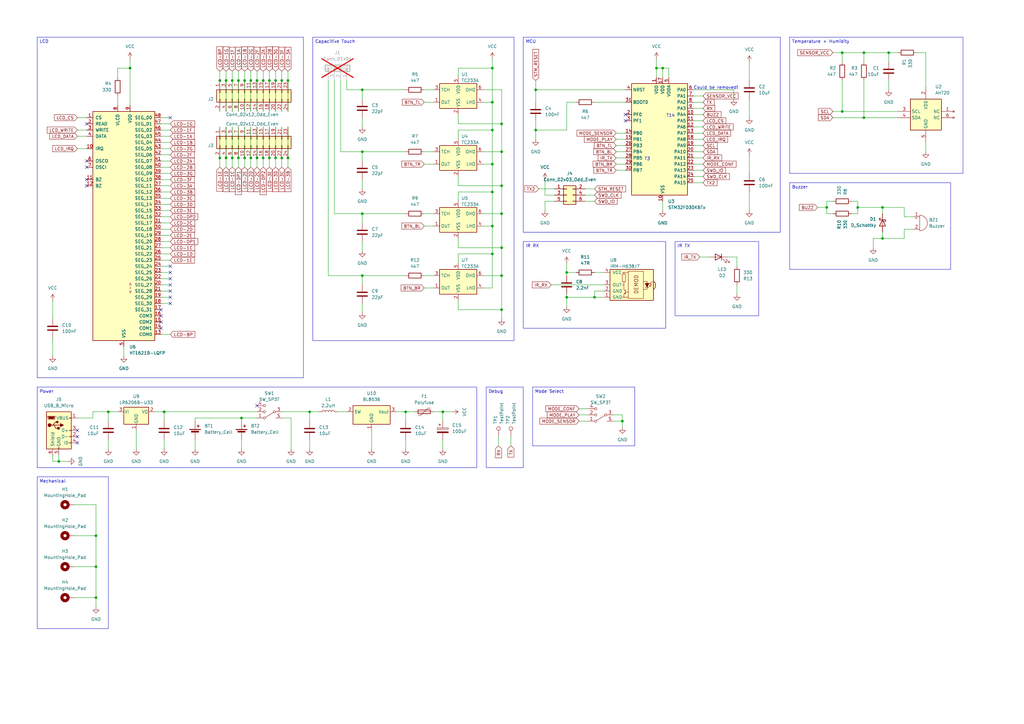
<source format=kicad_sch>
(kicad_sch (version 20230121) (generator eeschema)
  (paper "A3")
  (lib_symbols
    (symbol "Connector:TestPoint" (pin_numbers hide) (pin_names (offset 0.762) hide)
      (property "Reference" "TP" (at 0 6.858 0))
      (property "Value" "TestPoint" (at 0 5.08 0))
      (symbol "TestPoint_1_1"
        (pin passive line (at 0 0 90) (length 2.54) (name "1") (number "1"))
      )
    )
    (symbol "Connector:USB_B_Micro" (pin_names (offset 1.016))
      (property "Reference" "J" (at -5.08 11.43 0))
      (property "Value" "USB_B_Micro" (at -5.08 8.89 0))
      (symbol "USB_B_Micro_1_1"
        (pin power_out line (at 7.62 5.08 180) (length 2.54) (name "VBUS") (number "1"))
        (pin bidirectional line (at 7.62 -2.54 180) (length 2.54) (name "D-") (number "2"))
        (pin bidirectional line (at 7.62 0 180) (length 2.54) (name "D+") (number "3"))
        (pin passive line (at 7.62 -5.08 180) (length 2.54) (name "ID") (number "4"))
        (pin power_out line (at 0 -10.16 90) (length 2.54) (name "GND") (number "5"))
        (pin passive line (at -2.54 -10.16 90) (length 2.54) (name "Shield") (number "6"))
      )
    )
    (symbol "Connector_Generic:Conn_01x04" (pin_names (offset 1.016) hide)
      (property "Reference" "J" (at 0 5.08 0))
      (property "Value" "Conn_01x04" (at 0 -7.62 0))
      (symbol "Conn_01x04_1_1"
        (pin passive line (at -5.08 2.54 0) (length 3.81) (name "Pin_1") (number "1"))
        (pin passive line (at -5.08 0 0) (length 3.81) (name "Pin_2") (number "2"))
        (pin passive line (at -5.08 -2.54 0) (length 3.81) (name "Pin_3") (number "3"))
        (pin passive line (at -5.08 -5.08 0) (length 3.81) (name "Pin_4") (number "4"))
      )
    )
    (symbol "Connector_Generic:Conn_02x03_Odd_Even" (pin_names (offset 1.016) hide)
      (property "Reference" "J" (at 1.27 5.08 0))
      (property "Value" "Conn_02x03_Odd_Even" (at 1.27 -5.08 0))
      (symbol "Conn_02x03_Odd_Even_1_1"
        (pin passive line (at -5.08 2.54 0) (length 3.81) (name "Pin_1") (number "1"))
        (pin passive line (at 7.62 2.54 180) (length 3.81) (name "Pin_2") (number "2"))
        (pin passive line (at -5.08 0 0) (length 3.81) (name "Pin_3") (number "3"))
        (pin passive line (at 7.62 0 180) (length 3.81) (name "Pin_4") (number "4"))
        (pin passive line (at -5.08 -2.54 0) (length 3.81) (name "Pin_5") (number "5"))
        (pin passive line (at 7.62 -2.54 180) (length 3.81) (name "Pin_6") (number "6"))
      )
    )
    (symbol "Connector_Generic:Conn_02x12_Odd_Even" (pin_names (offset 1.016) hide)
      (property "Reference" "J" (at 1.27 15.24 0))
      (property "Value" "Conn_02x12_Odd_Even" (at 1.27 -17.78 0))
      (symbol "Conn_02x12_Odd_Even_1_1"
        (pin passive line (at -5.08 12.7 0) (length 3.81) (name "Pin_1") (number "1"))
        (pin passive line (at 7.62 2.54 180) (length 3.81) (name "Pin_10") (number "10"))
        (pin passive line (at -5.08 0 0) (length 3.81) (name "Pin_11") (number "11"))
        (pin passive line (at 7.62 0 180) (length 3.81) (name "Pin_12") (number "12"))
        (pin passive line (at -5.08 -2.54 0) (length 3.81) (name "Pin_13") (number "13"))
        (pin passive line (at 7.62 -2.54 180) (length 3.81) (name "Pin_14") (number "14"))
        (pin passive line (at -5.08 -5.08 0) (length 3.81) (name "Pin_15") (number "15"))
        (pin passive line (at 7.62 -5.08 180) (length 3.81) (name "Pin_16") (number "16"))
        (pin passive line (at -5.08 -7.62 0) (length 3.81) (name "Pin_17") (number "17"))
        (pin passive line (at 7.62 -7.62 180) (length 3.81) (name "Pin_18") (number "18"))
        (pin passive line (at -5.08 -10.16 0) (length 3.81) (name "Pin_19") (number "19"))
        (pin passive line (at 7.62 12.7 180) (length 3.81) (name "Pin_2") (number "2"))
        (pin passive line (at 7.62 -10.16 180) (length 3.81) (name "Pin_20") (number "20"))
        (pin passive line (at -5.08 -12.7 0) (length 3.81) (name "Pin_21") (number "21"))
        (pin passive line (at 7.62 -12.7 180) (length 3.81) (name "Pin_22") (number "22"))
        (pin passive line (at -5.08 -15.24 0) (length 3.81) (name "Pin_23") (number "23"))
        (pin passive line (at 7.62 -15.24 180) (length 3.81) (name "Pin_24") (number "24"))
        (pin passive line (at -5.08 10.16 0) (length 3.81) (name "Pin_3") (number "3"))
        (pin passive line (at 7.62 10.16 180) (length 3.81) (name "Pin_4") (number "4"))
        (pin passive line (at -5.08 7.62 0) (length 3.81) (name "Pin_5") (number "5"))
        (pin passive line (at 7.62 7.62 180) (length 3.81) (name "Pin_6") (number "6"))
        (pin passive line (at -5.08 5.08 0) (length 3.81) (name "Pin_7") (number "7"))
        (pin passive line (at 7.62 5.08 180) (length 3.81) (name "Pin_8") (number "8"))
        (pin passive line (at -5.08 2.54 0) (length 3.81) (name "Pin_9") (number "9"))
      )
    )
    (symbol "Device:Battery_Cell" (pin_numbers hide) (pin_names (offset 0) hide)
      (property "Reference" "BT" (at 2.54 2.54 0))
      (property "Value" "Battery_Cell" (at 2.54 0 0))
      (symbol "Battery_Cell_1_1"
        (pin passive line (at 0 5.08 270) (length 2.54) (name "+") (number "1"))
        (pin passive line (at 0 -2.54 90) (length 2.54) (name "-") (number "2"))
      )
    )
    (symbol "Device:Buzzer" (pin_names (offset 0.0254) hide)
      (property "Reference" "BZ" (at 3.81 1.27 0))
      (property "Value" "Buzzer" (at 3.81 -1.27 0))
      (symbol "Buzzer_1_1"
        (pin passive line (at -2.54 2.54 0) (length 2.54) (name "-") (number "1"))
        (pin passive line (at -2.54 -2.54 0) (length 2.54) (name "+") (number "2"))
      )
    )
    (symbol "Device:C" (pin_numbers hide) (pin_names (offset 0.254))
      (property "Reference" "C" (at 0.635 2.54 0))
      (property "Value" "C" (at 0.635 -2.54 0))
      (symbol "C_1_1"
        (pin passive line (at 0 3.81 270) (length 2.794) (name "~") (number "1"))
        (pin passive line (at 0 -3.81 90) (length 2.794) (name "~") (number "2"))
      )
    )
    (symbol "Device:C_Polarized" (pin_numbers hide) (pin_names (offset 0.254))
      (property "Reference" "C" (at 0.635 2.54 0))
      (property "Value" "C_Polarized" (at 0.635 -2.54 0))
      (symbol "C_Polarized_1_1"
        (pin passive line (at 0 3.81 270) (length 2.794) (name "~") (number "1"))
        (pin passive line (at 0 -3.81 90) (length 2.794) (name "~") (number "2"))
      )
    )
    (symbol "Device:D_Schottky" (pin_numbers hide) (pin_names (offset 1.016) hide)
      (property "Reference" "D" (at 0 2.54 0))
      (property "Value" "D_Schottky" (at 0 -2.54 0))
      (symbol "D_Schottky_1_1"
        (pin passive line (at -3.81 0 0) (length 2.54) (name "K") (number "1"))
        (pin passive line (at 3.81 0 180) (length 2.54) (name "A") (number "2"))
      )
    )
    (symbol "Device:L" (pin_numbers hide) (pin_names (offset 1.016) hide)
      (property "Reference" "L" (at -1.27 0 90))
      (property "Value" "L" (at 1.905 0 90))
      (symbol "L_1_1"
        (pin passive line (at 0 3.81 270) (length 1.27) (name "1") (number "1"))
        (pin passive line (at 0 -3.81 90) (length 1.27) (name "2") (number "2"))
      )
    )
    (symbol "Device:LED" (pin_numbers hide) (pin_names (offset 1.016) hide)
      (property "Reference" "D" (at 0 2.54 0))
      (property "Value" "LED" (at 0 -2.54 0))
      (symbol "LED_1_1"
        (pin passive line (at -3.81 0 0) (length 2.54) (name "K") (number "1"))
        (pin passive line (at 3.81 0 180) (length 2.54) (name "A") (number "2"))
      )
    )
    (symbol "Device:Polyfuse" (pin_numbers hide) (pin_names (offset 0))
      (property "Reference" "F" (at -2.54 0 90))
      (property "Value" "Polyfuse" (at 2.54 0 90))
      (symbol "Polyfuse_1_1"
        (pin passive line (at 0 3.81 270) (length 1.27) (name "~") (number "1"))
        (pin passive line (at 0 -3.81 90) (length 1.27) (name "~") (number "2"))
      )
    )
    (symbol "Device:R" (pin_numbers hide) (pin_names (offset 0))
      (property "Reference" "R" (at 2.032 0 90))
      (property "Value" "R" (at 0 0 90))
      (symbol "R_1_1"
        (pin passive line (at 0 3.81 270) (length 1.27) (name "~") (number "1"))
        (pin passive line (at 0 -3.81 90) (length 1.27) (name "~") (number "2"))
      )
    )
    (symbol "MCU_ST_STM32F0:STM32F030K6Tx"
      (property "Reference" "U" (at -10.16 24.13 0))
      (property "Value" "STM32F030K6Tx" (at 7.62 24.13 0))
      (symbol "STM32F030K6Tx_1_1"
        (pin power_in line (at 0 25.4 270) (length 2.54) (name "VDD") (number "1"))
        (pin bidirectional line (at 15.24 10.16 180) (length 2.54) (name "PA4") (number "10"))
        (pin bidirectional line (at 15.24 7.62 180) (length 2.54) (name "PA5") (number "11"))
        (pin bidirectional line (at 15.24 5.08 180) (length 2.54) (name "PA6") (number "12"))
        (pin bidirectional line (at 15.24 2.54 180) (length 2.54) (name "PA7") (number "13"))
        (pin bidirectional line (at -12.7 2.54 0) (length 2.54) (name "PB0") (number "14"))
        (pin bidirectional line (at -12.7 0 0) (length 2.54) (name "PB1") (number "15"))
        (pin power_in line (at 2.54 -25.4 90) (length 2.54) (name "VSS") (number "16"))
        (pin power_in line (at 2.54 25.4 270) (length 2.54) (name "VDD") (number "17"))
        (pin bidirectional line (at 15.24 0 180) (length 2.54) (name "PA8") (number "18"))
        (pin bidirectional line (at 15.24 -2.54 180) (length 2.54) (name "PA9") (number "19"))
        (pin bidirectional line (at -12.7 10.16 0) (length 2.54) (name "PF0") (number "2"))
        (pin bidirectional line (at 15.24 -5.08 180) (length 2.54) (name "PA10") (number "20"))
        (pin bidirectional line (at 15.24 -7.62 180) (length 2.54) (name "PA11") (number "21"))
        (pin bidirectional line (at 15.24 -10.16 180) (length 2.54) (name "PA12") (number "22"))
        (pin bidirectional line (at 15.24 -12.7 180) (length 2.54) (name "PA13") (number "23"))
        (pin bidirectional line (at 15.24 -15.24 180) (length 2.54) (name "PA14") (number "24"))
        (pin bidirectional line (at 15.24 -17.78 180) (length 2.54) (name "PA15") (number "25"))
        (pin bidirectional line (at -12.7 -2.54 0) (length 2.54) (name "PB3") (number "26"))
        (pin bidirectional line (at -12.7 -5.08 0) (length 2.54) (name "PB4") (number "27"))
        (pin bidirectional line (at -12.7 -7.62 0) (length 2.54) (name "PB5") (number "28"))
        (pin bidirectional line (at -12.7 -10.16 0) (length 2.54) (name "PB6") (number "29"))
        (pin bidirectional line (at -12.7 7.62 0) (length 2.54) (name "PF1") (number "3"))
        (pin bidirectional line (at -12.7 -12.7 0) (length 2.54) (name "PB7") (number "30"))
        (pin input line (at -12.7 15.24 0) (length 2.54) (name "BOOT0") (number "31"))
        (pin passive line (at 2.54 -25.4 90) (length 2.54) hide (name "VSS") (number "32"))
        (pin input line (at -12.7 20.32 0) (length 2.54) (name "NRST") (number "4"))
        (pin power_in line (at 5.08 25.4 270) (length 2.54) (name "VDDA") (number "5"))
        (pin bidirectional line (at 15.24 20.32 180) (length 2.54) (name "PA0") (number "6"))
        (pin bidirectional line (at 15.24 17.78 180) (length 2.54) (name "PA1") (number "7"))
        (pin bidirectional line (at 15.24 15.24 180) (length 2.54) (name "PA2") (number "8"))
        (pin bidirectional line (at 15.24 12.7 180) (length 2.54) (name "PA3") (number "9"))
      )
    )
    (symbol "Mechanical:MountingHole_Pad" (pin_numbers hide) (pin_names (offset 1.016) hide)
      (property "Reference" "H" (at 0 6.35 0))
      (property "Value" "MountingHole_Pad" (at 0 4.445 0))
      (symbol "MountingHole_Pad_1_1"
        (pin input line (at 0 -2.54 90) (length 2.54) (name "1") (number "1"))
      )
    )
    (symbol "kiu:AHT20"
      (property "Reference" "U" (at -8.89 7.62 0))
      (property "Value" "AHT20" (at 7.62 7.62 0))
      (symbol "AHT20_1_1"
        (pin no_connect line (at 11.43 1.27 180) (length 5.08) (name "NC") (number "1"))
        (pin power_in line (at 0 11.43 270) (length 5.08) (name "VDD") (number "2"))
        (pin input line (at -11.43 1.27 0) (length 5.08) (name "SCL") (number "3"))
        (pin bidirectional line (at -11.43 -1.27 0) (length 5.08) (name "SDA") (number "4"))
        (pin power_in line (at 0 -11.43 90) (length 5.08) (name "GND") (number "5"))
        (pin no_connect line (at 11.43 -1.27 180) (length 5.08) (name "NC") (number "6"))
      )
    )
    (symbol "kiu:BL8536"
      (property "Reference" "U" (at 0 5.08 0))
      (property "Value" "BL8536" (at 3.81 -5.08 0))
      (symbol "BL8536_1_1"
        (pin power_in line (at 0 -6.35 90) (length 2.54) (name "GND") (number "1"))
        (pin power_in line (at -10.16 1.27 0) (length 2.54) (name "SW") (number "2"))
        (pin power_out line (at 10.16 1.27 180) (length 2.54) (name "Vout") (number "3"))
      )
    )
    (symbol "kiu:HT1621B-LQFP" (pin_names (offset 1.016))
      (property "Reference" "U" (at -11.176 47.244 0))
      (property "Value" "HT1621B-LQFP" (at 5.08 46.99 0))
      (symbol "HT1621B-LQFP_1_1"
        (text "<->" (at 2.54 -26.67 900) (effects (font (size 1.27 1.27))))
        (pin input line (at -15.24 43.18 0) (length 2.54) (name "CS") (number "1"))
        (pin input line (at -15.24 30.48 0) (length 2.54) (name "IRQ") (number "10"))
        (pin input line (at -15.24 17.78 0) (length 2.54) (name "BZ") (number "11"))
        (pin input line (at -15.24 15.24 0) (length 2.54) (name "BZ") (number "12"))
        (pin output line (at 15.24 -45.72 180) (length 2.54) (name "COM0") (number "13"))
        (pin output line (at 15.24 -43.18 180) (length 2.54) (name "COM1") (number "14"))
        (pin output line (at 15.24 -40.64 180) (length 2.54) (name "COM2") (number "15"))
        (pin output line (at 15.24 -38.1 180) (length 2.54) (name "COM3") (number "16"))
        (pin output line (at 15.24 -35.56 180) (length 2.54) (name "SEG_31") (number "17"))
        (pin output line (at 15.24 -33.02 180) (length 2.54) (name "SEG_30") (number "18"))
        (pin output line (at 15.24 -30.48 180) (length 2.54) (name "SEG_29") (number "19"))
        (pin input line (at -15.24 40.64 0) (length 2.54) (name "READ") (number "2"))
        (pin output line (at 15.24 -25.4 180) (length 2.54) (name "SEG_27") (number "20"))
        (pin output line (at 15.24 -27.94 180) (length 2.54) (name "SEG_28") (number "21"))
        (pin output line (at 15.24 -22.86 180) (length 2.54) (name "SEG_26") (number "22"))
        (pin output line (at 15.24 -20.32 180) (length 2.54) (name "SEG_25") (number "23"))
        (pin output line (at 15.24 -17.78 180) (length 2.54) (name "SEG_24") (number "24"))
        (pin output line (at 15.24 -15.24 180) (length 2.54) (name "SEG_23") (number "25"))
        (pin output line (at 15.24 -12.7 180) (length 2.54) (name "SEG_22") (number "26"))
        (pin output line (at 15.24 -10.16 180) (length 2.54) (name "SEG_21") (number "27"))
        (pin output line (at 15.24 -7.62 180) (length 2.54) (name "SEG_20") (number "28"))
        (pin output line (at 15.24 -5.08 180) (length 2.54) (name "SEG_19") (number "29"))
        (pin input line (at -15.24 38.1 0) (length 2.54) (name "WRITE") (number "3"))
        (pin output line (at 15.24 -2.54 180) (length 2.54) (name "SEG_18") (number "30"))
        (pin output line (at 15.24 0 180) (length 2.54) (name "SEG_17") (number "31"))
        (pin output line (at 15.24 2.54 180) (length 2.54) (name "SEG_16") (number "32"))
        (pin output line (at 15.24 5.08 180) (length 2.54) (name "SEG_15") (number "33"))
        (pin output line (at 15.24 7.62 180) (length 2.54) (name "SEG_14") (number "34"))
        (pin output line (at 15.24 10.16 180) (length 2.54) (name "SEG_13") (number "35"))
        (pin output line (at 15.24 12.7 180) (length 2.54) (name "SEG_12") (number "36"))
        (pin output line (at 15.24 15.24 180) (length 2.54) (name "SEG_11") (number "37"))
        (pin output line (at 15.24 17.78 180) (length 2.54) (name "SEG_10") (number "38"))
        (pin output line (at 15.24 20.32 180) (length 2.54) (name "SEG_09") (number "39"))
        (pin bidirectional line (at -15.24 35.56 0) (length 2.54) (name "DATA") (number "4"))
        (pin output line (at 15.24 22.86 180) (length 2.54) (name "SEG_08") (number "40"))
        (pin output line (at 15.24 25.4 180) (length 2.54) (name "SEG_07") (number "41"))
        (pin output line (at 15.24 27.94 180) (length 2.54) (name "SEG_06") (number "42"))
        (pin output line (at 15.24 30.48 180) (length 2.54) (name "SEG_05") (number "43"))
        (pin output line (at 15.24 33.02 180) (length 2.54) (name "SEG_04") (number "44"))
        (pin output line (at 15.24 35.56 180) (length 2.54) (name "SEG_03") (number "45"))
        (pin output line (at 15.24 38.1 180) (length 2.54) (name "SEG_02") (number "46"))
        (pin output line (at 15.24 40.64 180) (length 2.54) (name "SEG_01") (number "47"))
        (pin output line (at 15.24 43.18 180) (length 2.54) (name "SEG_00") (number "48"))
        (pin power_in line (at 0 -50.8 90) (length 2.54) (name "VSS") (number "5"))
        (pin output line (at -15.24 25.4 0) (length 2.54) (name "OSCO") (number "6"))
        (pin input line (at -15.24 22.86 0) (length 2.54) (name "OSCI") (number "7"))
        (pin power_in line (at -2.54 48.26 270) (length 2.54) (name "VLCD") (number "8"))
        (pin power_in line (at 2.54 48.26 270) (length 2.54) (name "VDD") (number "9"))
      )
    )
    (symbol "kiu:IRM-H638J7" (pin_names (offset 1.016))
      (property "Reference" "U" (at -10.16 7.62 0))
      (property "Value" "IRM-H638J7" (at -10.16 -7.62 0))
      (symbol "IRM-H638J7_0_0"
        (text "DEMOD" (at -3.175 0.254 900) (effects (font (size 1.524 1.524))))
      )
      (symbol "IRM-H638J7_1_1"
        (pin power_in line (at 10.16 -5.08 180) (length 2.54) (name "GND") (number "1"))
        (pin power_in line (at 10.16 -2.54 180) (length 2.54) (name "GND") (number "2"))
        (pin output line (at 10.16 0 180) (length 2.54) (name "OUT") (number "3"))
        (pin power_in line (at 10.16 5.08 180) (length 2.54) (name "VCC") (number "4"))
      )
    )
    (symbol "kiu:LR6206B-U33" (pin_names (offset 0.254))
      (property "Reference" "U" (at -3.81 3.175 0))
      (property "Value" "LR6206B-U33" (at 0 3.175 0))
      (symbol "LR6206B-U33_1_1"
        (pin power_in line (at 0 -7.62 90) (length 2.54) (name "GND") (number "1"))
        (pin power_out line (at 7.62 0 180) (length 2.54) (name "VO") (number "2"))
        (pin power_in line (at -7.62 0 0) (length 2.54) (name "VI") (number "3"))
      )
    )
    (symbol "kiu:SW_SP3T_Shield" (pin_names (offset 0) hide)
      (property "Reference" "SW" (at 0 5.08 0))
      (property "Value" "SW_SP3T" (at 0 -5.08 0))
      (symbol "SW_SP3T_Shield_1_1"
        (pin passive line (at 5.08 2.54 180) (length 2.54) (name "1") (number "1"))
        (pin passive line (at 5.08 0 180) (length 2.54) (name "2") (number "2"))
        (pin passive line (at -5.08 0 0) (length 2.54) (name "3") (number "3"))
        (pin passive line (at 5.08 -2.54 180) (length 2.54) (name "4") (number "4"))
        (pin passive line (at -5.08 2.54 0) (length 2.54) (name "S") (number "S"))
      )
    )
    (symbol "kiu:TC233A"
      (property "Reference" "U" (at -2.54 8.255 0))
      (property "Value" "TC233A" (at -2.54 6.35 0))
      (symbol "TC233A_1_1"
        (pin output line (at -10.16 -2.54 0) (length 2.54) (name "OUT") (number "1"))
        (pin power_in line (at 0 -7.62 90) (length 2.54) (name "VSS") (number "2"))
        (pin input line (at -10.16 2.54 0) (length 2.54) (name "TCH") (number "3"))
        (pin input line (at 10.16 -2.54 180) (length 2.54) (name "LHO") (number "4"))
        (pin power_in line (at 0 7.62 270) (length 2.54) (name "VDD") (number "5"))
        (pin input line (at 10.16 2.54 180) (length 2.54) (name "OHO") (number "6"))
      )
    )
    (symbol "power:GND" (power) (pin_names (offset 0))
      (property "Value" "GND" (at 0 -3.81 0))
      (symbol "GND_1_1"
        (pin power_in line (at 0 0 270) (length 0) hide (name "GND") (number "1"))
      )
    )
    (symbol "power:VCC" (power) (pin_names (offset 0))
      (property "Value" "VCC" (at 0 3.81 0))
      (symbol "VCC_1_1"
        (pin power_in line (at 0 0 90) (length 0) hide (name "VCC") (number "1"))
      )
    )
  )
  (junction (at 205.74 50.8))
  (junction (at 166.37 168.91))
  (junction (at 205.74 62.23))
  (junction (at 148.59 36.83))
  (junction (at 39.37 232.41))
  (junction (at 67.31 168.91))
  (junction (at 201.93 67.31))
  (junction (at 110.49 33.02))
  (junction (at 201.93 53.34))
  (junction (at 205.74 87.63))
  (junction (at 219.71 53.34))
  (junction (at 107.95 64.77))
  (junction (at 219.71 36.83))
  (junction (at 113.03 33.02))
  (junction (at 339.09 85.09))
  (junction (at 205.74 76.2))
  (junction (at 90.17 33.02))
  (junction (at 354.33 48.26))
  (junction (at 102.87 64.77))
  (junction (at 201.93 92.71))
  (junction (at 53.34 27.94))
  (junction (at 95.25 33.02))
  (junction (at 39.37 245.11))
  (junction (at 205.74 127))
  (junction (at 92.71 33.02))
  (junction (at 181.61 168.91))
  (junction (at 205.74 101.6))
  (junction (at 100.33 33.02))
  (junction (at 102.87 33.02))
  (junction (at 100.33 64.77))
  (junction (at 99.06 171.45))
  (junction (at 361.95 85.09))
  (junction (at 39.37 219.71))
  (junction (at 201.93 41.91))
  (junction (at 110.49 64.77))
  (junction (at 97.79 33.02))
  (junction (at 118.11 64.77))
  (junction (at 201.93 104.14))
  (junction (at 97.79 64.77))
  (junction (at 90.17 64.77))
  (junction (at 269.24 27.94))
  (junction (at 95.25 64.77))
  (junction (at 115.57 33.02))
  (junction (at 24.13 189.23))
  (junction (at 148.59 62.23))
  (junction (at 243.84 121.92))
  (junction (at 107.95 33.02))
  (junction (at 361.95 97.79))
  (junction (at 105.41 64.77))
  (junction (at 118.11 33.02))
  (junction (at 105.41 33.02))
  (junction (at 115.57 64.77))
  (junction (at 364.49 21.59))
  (junction (at 113.03 64.77))
  (junction (at 232.41 121.92))
  (junction (at 44.45 168.91))
  (junction (at 345.44 21.59))
  (junction (at 148.59 87.63))
  (junction (at 345.44 45.72))
  (junction (at 351.79 85.09))
  (junction (at 201.93 27.94))
  (junction (at 201.93 78.74))
  (junction (at 92.71 64.77))
  (junction (at 148.59 113.03))
  (junction (at 271.78 27.94))
  (junction (at 354.33 21.59))
  (junction (at 255.27 172.72))
  (junction (at 205.74 113.03))
  (junction (at 232.41 111.76))
  (junction (at 127 168.91))
  (no_connect (at 35.56 73.66))
  (no_connect (at 66.04 127))
  (no_connect (at 105.41 166.37))
  (no_connect (at 69.85 119.38))
  (no_connect (at 31.75 179.07))
  (no_connect (at 35.56 76.2))
  (no_connect (at 66.04 129.54))
  (no_connect (at 256.54 46.99))
  (no_connect (at 35.56 68.58))
  (no_connect (at 31.75 176.53))
  (no_connect (at 66.04 134.62))
  (no_connect (at 35.56 66.04))
  (no_connect (at 31.75 181.61))
  (no_connect (at 256.54 49.53))
  (no_connect (at 69.85 111.76))
  (no_connect (at 69.85 48.26))
  (no_connect (at 69.85 116.84))
  (no_connect (at 69.85 114.3))
  (no_connect (at 35.56 50.8))
  (no_connect (at 66.04 132.08))
  (no_connect (at 69.85 124.46))
  (no_connect (at 69.85 121.92))
  (no_connect (at 69.85 109.22))
  (wire (pts (xy 341.63 45.72) (xy 345.44 45.72)))
  (wire (pts (xy 232.41 107.95) (xy 232.41 111.76)))
  (wire (pts (xy 90.17 33.02) (xy 90.17 29.21)))
  (wire (pts (xy 379.73 58.42) (xy 379.73 62.23)))
  (wire (pts (xy 110.49 68.58) (xy 110.49 64.77)))
  (wire (pts (xy 237.49 170.18) (xy 241.3 170.18)))
  (wire (pts (xy 302.26 116.84) (xy 302.26 120.65)))
  (wire (pts (xy 148.59 99.06) (xy 148.59 102.87)))
  (wire (pts (xy 341.63 82.55) (xy 339.09 82.55)))
  (wire (pts (xy 269.24 31.75) (xy 269.24 27.94)))
  (wire (pts (xy 148.59 36.83) (xy 166.37 36.83)))
  (wire (pts (xy 219.71 36.83) (xy 219.71 41.91)))
  (wire (pts (xy 66.04 66.04) (xy 69.85 66.04)))
  (wire (pts (xy 66.04 58.42) (xy 69.85 58.42)))
  (wire (pts (xy 138.43 168.91) (xy 142.24 168.91)))
  (wire (pts (xy 181.61 172.72) (xy 181.61 168.91)))
  (wire (pts (xy 201.93 41.91) (xy 201.93 53.34)))
  (wire (pts (xy 115.57 171.45) (xy 119.38 171.45)))
  (wire (pts (xy 102.87 33.02) (xy 102.87 45.72)))
  (wire (pts (xy 252.73 59.69) (xy 256.54 59.69)))
  (wire (pts (xy 288.29 46.99) (xy 284.48 46.99)))
  (wire (pts (xy 284.48 54.61) (xy 288.29 54.61)))
  (wire (pts (xy 300.99 36.83) (xy 300.99 40.64)))
  (wire (pts (xy 379.73 21.59) (xy 379.73 35.56)))
  (wire (pts (xy 139.7 62.23) (xy 148.59 62.23)))
  (wire (pts (xy 24.13 186.69) (xy 24.13 189.23)))
  (wire (pts (xy 187.96 123.19) (xy 187.96 127)))
  (wire (pts (xy 201.93 78.74) (xy 201.93 92.71)))
  (wire (pts (xy 351.79 87.63) (xy 349.25 87.63)))
  (wire (pts (xy 298.45 105.41) (xy 302.26 105.41)))
  (wire (pts (xy 243.84 82.55) (xy 240.03 82.55)))
  (wire (pts (xy 345.44 21.59) (xy 345.44 25.4)))
  (wire (pts (xy 198.12 41.91) (xy 201.93 41.91)))
  (wire (pts (xy 284.48 49.53) (xy 288.29 49.53)))
  (wire (pts (xy 100.33 52.07) (xy 100.33 64.77)))
  (wire (pts (xy 55.88 176.53) (xy 55.88 184.15)))
  (wire (pts (xy 374.65 88.9) (xy 370.84 88.9)))
  (wire (pts (xy 38.1 168.91) (xy 44.45 168.91)))
  (wire (pts (xy 30.48 207.01) (xy 39.37 207.01)))
  (wire (pts (xy 67.31 168.91) (xy 105.41 168.91)))
  (wire (pts (xy 247.65 119.38) (xy 243.84 119.38)))
  (wire (pts (xy 243.84 77.47) (xy 240.03 77.47)))
  (wire (pts (xy 80.01 180.34) (xy 80.01 184.15)))
  (wire (pts (xy 209.55 179.07) (xy 209.55 182.88)))
  (wire (pts (xy 53.34 24.13) (xy 53.34 27.94)))
  (wire (pts (xy 66.04 124.46) (xy 69.85 124.46)))
  (wire (pts (xy 66.04 68.58) (xy 69.85 68.58)))
  (wire (pts (xy 39.37 207.01) (xy 39.37 219.71)))
  (wire (pts (xy 92.71 52.07) (xy 92.71 64.77)))
  (wire (pts (xy 173.99 36.83) (xy 177.8 36.83)))
  (wire (pts (xy 152.4 176.53) (xy 152.4 184.15)))
  (wire (pts (xy 66.04 86.36) (xy 69.85 86.36)))
  (wire (pts (xy 288.29 67.31) (xy 284.48 67.31)))
  (wire (pts (xy 351.79 85.09) (xy 361.95 85.09)))
  (wire (pts (xy 223.52 73.66) (xy 223.52 80.01)))
  (wire (pts (xy 66.04 121.92) (xy 69.85 121.92)))
  (wire (pts (xy 67.31 180.34) (xy 67.31 184.15)))
  (wire (pts (xy 66.04 71.12) (xy 69.85 71.12)))
  (wire (pts (xy 92.71 68.58) (xy 92.71 64.77)))
  (wire (pts (xy 66.04 88.9) (xy 69.85 88.9)))
  (wire (pts (xy 113.03 33.02) (xy 113.03 45.72)))
  (wire (pts (xy 148.59 113.03) (xy 166.37 113.03)))
  (wire (pts (xy 148.59 124.46) (xy 148.59 128.27)))
  (wire (pts (xy 284.48 69.85) (xy 288.29 69.85)))
  (wire (pts (xy 127 168.91) (xy 127 172.72)))
  (wire (pts (xy 187.96 104.14) (xy 201.93 104.14)))
  (wire (pts (xy 118.11 68.58) (xy 118.11 64.77)))
  (wire (pts (xy 354.33 21.59) (xy 354.33 25.4)))
  (wire (pts (xy 31.75 60.96) (xy 35.56 60.96)))
  (wire (pts (xy 80.01 172.72) (xy 80.01 171.45)))
  (wire (pts (xy 187.96 107.95) (xy 187.96 104.14)))
  (wire (pts (xy 127 168.91) (xy 130.81 168.91)))
  (wire (pts (xy 226.06 116.84) (xy 247.65 116.84)))
  (wire (pts (xy 148.59 73.66) (xy 148.59 77.47)))
  (wire (pts (xy 44.45 180.34) (xy 44.45 184.15)))
  (wire (pts (xy 80.01 171.45) (xy 99.06 171.45)))
  (wire (pts (xy 370.84 97.79) (xy 361.95 97.79)))
  (wire (pts (xy 284.48 44.45) (xy 288.29 44.45)))
  (wire (pts (xy 137.16 87.63) (xy 148.59 87.63)))
  (wire (pts (xy 118.11 33.02) (xy 118.11 45.72)))
  (wire (pts (xy 107.95 68.58) (xy 107.95 64.77)))
  (wire (pts (xy 177.8 168.91) (xy 181.61 168.91)))
  (wire (pts (xy 113.03 68.58) (xy 113.03 64.77)))
  (wire (pts (xy 284.48 41.91) (xy 288.29 41.91)))
  (wire (pts (xy 205.74 76.2) (xy 205.74 87.63)))
  (wire (pts (xy 351.79 85.09) (xy 351.79 87.63)))
  (wire (pts (xy 227.33 80.01) (xy 223.52 80.01)))
  (wire (pts (xy 66.04 96.52) (xy 69.85 96.52)))
  (wire (pts (xy 187.96 50.8) (xy 205.74 50.8)))
  (wire (pts (xy 66.04 93.98) (xy 69.85 93.98)))
  (wire (pts (xy 90.17 33.02) (xy 90.17 45.72)))
  (wire (pts (xy 66.04 106.68) (xy 69.85 106.68)))
  (wire (pts (xy 39.37 232.41) (xy 39.37 245.11)))
  (wire (pts (xy 95.25 33.02) (xy 95.25 29.21)))
  (wire (pts (xy 354.33 48.26) (xy 368.3 48.26)))
  (wire (pts (xy 30.48 219.71) (xy 39.37 219.71)))
  (wire (pts (xy 243.84 80.01) (xy 240.03 80.01)))
  (wire (pts (xy 102.87 52.07) (xy 102.87 64.77)))
  (wire (pts (xy 44.45 168.91) (xy 48.26 168.91)))
  (wire (pts (xy 341.63 21.59) (xy 345.44 21.59)))
  (wire (pts (xy 237.49 172.72) (xy 241.3 172.72)))
  (wire (pts (xy 187.96 46.99) (xy 187.96 50.8)))
  (wire (pts (xy 219.71 53.34) (xy 219.71 57.15)))
  (wire (pts (xy 255.27 172.72) (xy 255.27 175.26)))
  (wire (pts (xy 232.41 121.92) (xy 232.41 125.73)))
  (wire (pts (xy 201.93 27.94) (xy 201.93 41.91)))
  (wire (pts (xy 142.24 36.83) (xy 148.59 36.83)))
  (wire (pts (xy 105.41 33.02) (xy 105.41 29.21)))
  (wire (pts (xy 97.79 68.58) (xy 97.79 64.77)))
  (wire (pts (xy 252.73 54.61) (xy 256.54 54.61)))
  (wire (pts (xy 110.49 33.02) (xy 110.49 45.72)))
  (wire (pts (xy 127 180.34) (xy 127 184.15)))
  (wire (pts (xy 187.96 101.6) (xy 205.74 101.6)))
  (wire (pts (xy 105.41 33.02) (xy 105.41 45.72)))
  (wire (pts (xy 198.12 67.31) (xy 201.93 67.31)))
  (wire (pts (xy 148.59 48.26) (xy 148.59 52.07)))
  (wire (pts (xy 205.74 113.03) (xy 205.74 127)))
  (wire (pts (xy 21.59 123.19) (xy 21.59 130.81)))
  (wire (pts (xy 255.27 170.18) (xy 255.27 172.72)))
  (wire (pts (xy 99.06 171.45) (xy 105.41 171.45)))
  (wire (pts (xy 361.95 85.09) (xy 361.95 87.63)))
  (wire (pts (xy 187.96 72.39) (xy 187.96 76.2)))
  (wire (pts (xy 269.24 24.13) (xy 269.24 27.94)))
  (wire (pts (xy 66.04 53.34) (xy 69.85 53.34)))
  (wire (pts (xy 66.04 116.84) (xy 69.85 116.84)))
  (wire (pts (xy 232.41 111.76) (xy 236.22 111.76)))
  (wire (pts (xy 271.78 27.94) (xy 271.78 31.75)))
  (wire (pts (xy 201.93 67.31) (xy 201.93 78.74)))
  (wire (pts (xy 95.25 68.58) (xy 95.25 64.77)))
  (wire (pts (xy 173.99 87.63) (xy 177.8 87.63)))
  (wire (pts (xy 66.04 119.38) (xy 69.85 119.38)))
  (wire (pts (xy 187.96 82.55) (xy 187.96 78.74)))
  (wire (pts (xy 307.34 63.5) (xy 307.34 71.12)))
  (wire (pts (xy 66.04 101.6) (xy 69.85 101.6)))
  (wire (pts (xy 118.11 33.02) (xy 118.11 29.21)))
  (wire (pts (xy 97.79 33.02) (xy 97.79 45.72)))
  (wire (pts (xy 66.04 78.74) (xy 69.85 78.74)))
  (wire (pts (xy 21.59 189.23) (xy 24.13 189.23)))
  (wire (pts (xy 100.33 68.58) (xy 100.33 64.77)))
  (wire (pts (xy 201.93 24.13) (xy 201.93 27.94)))
  (wire (pts (xy 201.93 53.34) (xy 201.93 67.31)))
  (wire (pts (xy 66.04 73.66) (xy 69.85 73.66)))
  (wire (pts (xy 90.17 68.58) (xy 90.17 64.77)))
  (wire (pts (xy 243.84 111.76) (xy 247.65 111.76)))
  (wire (pts (xy 115.57 168.91) (xy 127 168.91)))
  (wire (pts (xy 349.25 82.55) (xy 351.79 82.55)))
  (wire (pts (xy 198.12 92.71) (xy 201.93 92.71)))
  (wire (pts (xy 187.96 76.2) (xy 205.74 76.2)))
  (wire (pts (xy 187.96 53.34) (xy 201.93 53.34)))
  (wire (pts (xy 358.14 97.79) (xy 358.14 101.6)))
  (wire (pts (xy 44.45 168.91) (xy 44.45 172.72)))
  (wire (pts (xy 302.26 105.41) (xy 302.26 109.22)))
  (wire (pts (xy 274.32 27.94) (xy 274.32 31.75)))
  (wire (pts (xy 252.73 57.15) (xy 256.54 57.15)))
  (wire (pts (xy 31.75 171.45) (xy 38.1 171.45)))
  (wire (pts (xy 187.96 27.94) (xy 201.93 27.94)))
  (wire (pts (xy 201.93 104.14) (xy 201.93 118.11)))
  (wire (pts (xy 370.84 93.98) (xy 370.84 97.79)))
  (wire (pts (xy 134.62 113.03) (xy 148.59 113.03)))
  (wire (pts (xy 205.74 101.6) (xy 205.74 113.03)))
  (wire (pts (xy 351.79 82.55) (xy 351.79 85.09)))
  (wire (pts (xy 66.04 109.22) (xy 69.85 109.22)))
  (wire (pts (xy 173.99 118.11) (xy 177.8 118.11)))
  (wire (pts (xy 198.12 113.03) (xy 205.74 113.03)))
  (wire (pts (xy 287.02 105.41) (xy 290.83 105.41)))
  (wire (pts (xy 102.87 33.02) (xy 102.87 29.21)))
  (wire (pts (xy 187.96 31.75) (xy 187.96 27.94)))
  (wire (pts (xy 205.74 62.23) (xy 205.74 76.2)))
  (wire (pts (xy 187.96 57.15) (xy 187.96 53.34)))
  (wire (pts (xy 375.92 21.59) (xy 379.73 21.59)))
  (wire (pts (xy 66.04 76.2) (xy 69.85 76.2)))
  (wire (pts (xy 66.04 55.88) (xy 69.85 55.88)))
  (wire (pts (xy 341.63 48.26) (xy 354.33 48.26)))
  (wire (pts (xy 39.37 245.11) (xy 39.37 248.92)))
  (wire (pts (xy 243.84 119.38) (xy 243.84 121.92)))
  (wire (pts (xy 110.49 52.07) (xy 110.49 64.77)))
  (wire (pts (xy 219.71 36.83) (xy 256.54 36.83)))
  (wire (pts (xy 48.26 27.94) (xy 53.34 27.94)))
  (wire (pts (xy 148.59 87.63) (xy 166.37 87.63)))
  (wire (pts (xy 107.95 52.07) (xy 107.95 64.77)))
  (wire (pts (xy 119.38 171.45) (xy 119.38 184.15)))
  (wire (pts (xy 115.57 33.02) (xy 115.57 29.21)))
  (wire (pts (xy 63.5 168.91) (xy 67.31 168.91)))
  (wire (pts (xy 252.73 62.23) (xy 256.54 62.23)))
  (wire (pts (xy 243.84 41.91) (xy 256.54 41.91)))
  (wire (pts (xy 137.16 87.63) (xy 137.16 33.02)))
  (wire (pts (xy 345.44 45.72) (xy 368.3 45.72)))
  (wire (pts (xy 105.41 68.58) (xy 105.41 64.77)))
  (wire (pts (xy 66.04 91.44) (xy 69.85 91.44)))
  (wire (pts (xy 339.09 85.09) (xy 339.09 87.63)))
  (wire (pts (xy 97.79 33.02) (xy 97.79 29.21)))
  (wire (pts (xy 66.04 114.3) (xy 69.85 114.3)))
  (wire (pts (xy 110.49 33.02) (xy 110.49 29.21)))
  (wire (pts (xy 31.75 55.88) (xy 35.56 55.88)))
  (wire (pts (xy 243.84 121.92) (xy 232.41 121.92)))
  (wire (pts (xy 148.59 36.83) (xy 148.59 40.64)))
  (wire (pts (xy 173.99 41.91) (xy 177.8 41.91)))
  (wire (pts (xy 284.48 57.15) (xy 288.29 57.15)))
  (wire (pts (xy 354.33 33.02) (xy 354.33 48.26)))
  (wire (pts (xy 284.48 52.07) (xy 288.29 52.07)))
  (wire (pts (xy 139.7 62.23) (xy 139.7 33.02)))
  (wire (pts (xy 284.48 36.83) (xy 300.99 36.83)))
  (wire (pts (xy 205.74 127) (xy 205.74 130.81)))
  (wire (pts (xy 220.98 77.47) (xy 227.33 77.47)))
  (wire (pts (xy 50.8 142.24) (xy 50.8 146.05)))
  (wire (pts (xy 66.04 104.14) (xy 69.85 104.14)))
  (wire (pts (xy 198.12 87.63) (xy 205.74 87.63)))
  (wire (pts (xy 162.56 168.91) (xy 166.37 168.91)))
  (wire (pts (xy 92.71 33.02) (xy 92.71 45.72)))
  (wire (pts (xy 148.59 113.03) (xy 148.59 116.84)))
  (wire (pts (xy 99.06 180.34) (xy 99.06 184.15)))
  (wire (pts (xy 166.37 168.91) (xy 170.18 168.91)))
  (wire (pts (xy 269.24 27.94) (xy 271.78 27.94)))
  (wire (pts (xy 66.04 48.26) (xy 69.85 48.26)))
  (wire (pts (xy 48.26 31.75) (xy 48.26 27.94)))
  (wire (pts (xy 181.61 168.91) (xy 185.42 168.91)))
  (wire (pts (xy 364.49 33.02) (xy 364.49 36.83)))
  (wire (pts (xy 90.17 52.07) (xy 90.17 64.77)))
  (wire (pts (xy 361.95 97.79) (xy 358.14 97.79)))
  (wire (pts (xy 100.33 33.02) (xy 100.33 29.21)))
  (wire (pts (xy 251.46 172.72) (xy 255.27 172.72)))
  (wire (pts (xy 173.99 113.03) (xy 177.8 113.03)))
  (wire (pts (xy 232.41 113.03) (xy 232.41 111.76)))
  (wire (pts (xy 370.84 85.09) (xy 361.95 85.09)))
  (wire (pts (xy 339.09 82.55) (xy 339.09 85.09)))
  (wire (pts (xy 30.48 232.41) (xy 39.37 232.41)))
  (wire (pts (xy 205.74 50.8) (xy 205.74 62.23)))
  (wire (pts (xy 307.34 25.4) (xy 307.34 33.02)))
  (wire (pts (xy 205.74 87.63) (xy 205.74 101.6)))
  (wire (pts (xy 219.71 33.02) (xy 219.71 36.83)))
  (wire (pts (xy 95.25 52.07) (xy 95.25 64.77)))
  (wire (pts (xy 307.34 40.64) (xy 307.34 48.26)))
  (wire (pts (xy 370.84 88.9) (xy 370.84 85.09)))
  (wire (pts (xy 148.59 62.23) (xy 148.59 66.04)))
  (wire (pts (xy 219.71 49.53) (xy 219.71 53.34)))
  (wire (pts (xy 66.04 111.76) (xy 69.85 111.76)))
  (wire (pts (xy 223.52 82.55) (xy 223.52 86.36)))
  (wire (pts (xy 198.12 118.11) (xy 201.93 118.11)))
  (wire (pts (xy 39.37 219.71) (xy 39.37 232.41)))
  (wire (pts (xy 247.65 121.92) (xy 243.84 121.92)))
  (wire (pts (xy 142.24 36.83) (xy 142.24 33.02)))
  (wire (pts (xy 66.04 81.28) (xy 69.85 81.28)))
  (wire (pts (xy 368.3 21.59) (xy 364.49 21.59)))
  (wire (pts (xy 100.33 33.02) (xy 100.33 45.72)))
  (wire (pts (xy 107.95 33.02) (xy 107.95 45.72)))
  (wire (pts (xy 48.26 39.37) (xy 48.26 43.18)))
  (wire (pts (xy 21.59 138.43) (xy 21.59 146.05)))
  (wire (pts (xy 113.03 52.07) (xy 113.03 64.77)))
  (wire (pts (xy 115.57 33.02) (xy 115.57 45.72)))
  (wire (pts (xy 232.41 121.92) (xy 232.41 120.65)))
  (wire (pts (xy 252.73 64.77) (xy 256.54 64.77)))
  (wire (pts (xy 201.93 92.71) (xy 201.93 104.14)))
  (wire (pts (xy 97.79 52.07) (xy 97.79 64.77)))
  (wire (pts (xy 31.75 48.26) (xy 35.56 48.26)))
  (wire (pts (xy 307.34 78.74) (xy 307.34 86.36)))
  (wire (pts (xy 288.29 39.37) (xy 284.48 39.37)))
  (wire (pts (xy 102.87 68.58) (xy 102.87 64.77)))
  (wire (pts (xy 107.95 33.02) (xy 107.95 29.21)))
  (wire (pts (xy 284.48 59.69) (xy 288.29 59.69)))
  (wire (pts (xy 39.37 245.11) (xy 30.48 245.11)))
  (wire (pts (xy 148.59 87.63) (xy 148.59 91.44)))
  (wire (pts (xy 187.96 127) (xy 205.74 127)))
  (wire (pts (xy 284.48 62.23) (xy 288.29 62.23)))
  (wire (pts (xy 115.57 52.07) (xy 115.57 64.77)))
  (wire (pts (xy 187.96 97.79) (xy 187.96 101.6)))
  (wire (pts (xy 187.96 78.74) (xy 201.93 78.74)))
  (wire (pts (xy 67.31 168.91) (xy 67.31 172.72)))
  (wire (pts (xy 21.59 186.69) (xy 21.59 189.23)))
  (wire (pts (xy 232.41 41.91) (xy 236.22 41.91)))
  (wire (pts (xy 232.41 53.34) (xy 219.71 53.34)))
  (wire (pts (xy 92.71 33.02) (xy 92.71 29.21)))
  (wire (pts (xy 38.1 171.45) (xy 38.1 168.91)))
  (wire (pts (xy 271.78 27.94) (xy 274.32 27.94)))
  (wire (pts (xy 271.78 82.55) (xy 271.78 86.36)))
  (wire (pts (xy 173.99 67.31) (xy 177.8 67.31)))
  (wire (pts (xy 361.95 97.79) (xy 361.95 95.25)))
  (wire (pts (xy 374.65 93.98) (xy 370.84 93.98)))
  (wire (pts (xy 66.04 137.16) (xy 69.85 137.16)))
  (wire (pts (xy 284.48 74.93) (xy 288.29 74.93)))
  (wire (pts (xy 339.09 87.63) (xy 341.63 87.63)))
  (wire (pts (xy 66.04 63.5) (xy 69.85 63.5)))
  (wire (pts (xy 24.13 189.23) (xy 27.94 189.23)))
  (wire (pts (xy 66.04 60.96) (xy 69.85 60.96)))
  (wire (pts (xy 66.04 99.06) (xy 69.85 99.06)))
  (wire (pts (xy 105.41 52.07) (xy 105.41 64.77)))
  (wire (pts (xy 148.59 62.23) (xy 166.37 62.23)))
  (wire (pts (xy 166.37 168.91) (xy 166.37 172.72)))
  (wire (pts (xy 198.12 62.23) (xy 205.74 62.23)))
  (wire (pts (xy 113.03 33.02) (xy 113.03 29.21)))
  (wire (pts (xy 237.49 167.64) (xy 241.3 167.64)))
  (wire (pts (xy 232.41 41.91) (xy 232.41 53.34)))
  (wire (pts (xy 354.33 21.59) (xy 364.49 21.59)))
  (wire (pts (xy 115.57 68.58) (xy 115.57 64.77)))
  (wire (pts (xy 118.11 52.07) (xy 118.11 64.77)))
  (wire (pts (xy 99.06 171.45) (xy 99.06 172.72)))
  (wire (pts (xy 66.04 50.8) (xy 69.85 50.8)))
  (wire (pts (xy 223.52 82.55) (xy 227.33 82.55)))
  (wire (pts (xy 198.12 36.83) (xy 205.74 36.83)))
  (wire (pts (xy 251.46 170.18) (xy 255.27 170.18)))
  (wire (pts (xy 66.04 83.82) (xy 69.85 83.82)))
  (wire (pts (xy 173.99 62.23) (xy 177.8 62.23)))
  (wire (pts (xy 95.25 33.02) (xy 95.25 45.72)))
  (wire (pts (xy 205.74 36.83) (xy 205.74 50.8)))
  (wire (pts (xy 204.47 179.07) (xy 204.47 182.88)))
  (wire (pts (xy 53.34 27.94) (xy 53.34 43.18)))
  (wire (pts (xy 345.44 33.02) (xy 345.44 45.72)))
  (wire (pts (xy 134.62 113.03) (xy 134.62 33.02)))
  (wire (pts (xy 166.37 180.34) (xy 166.37 184.15)))
  (wire (pts (xy 284.48 72.39) (xy 288.29 72.39)))
  (wire (pts (xy 335.28 85.09) (xy 339.09 85.09)))
  (wire (pts (xy 364.49 21.59) (xy 364.49 25.4)))
  (wire (pts (xy 252.73 69.85) (xy 256.54 69.85)))
  (wire (pts (xy 345.44 21.59) (xy 354.33 21.59)))
  (wire (pts (xy 173.99 92.71) (xy 177.8 92.71)))
  (wire (pts (xy 284.48 64.77) (xy 288.29 64.77)))
  (wire (pts (xy 252.73 67.31) (xy 256.54 67.31)))
  (wire (pts (xy 181.61 180.34) (xy 181.61 184.15)))
  (wire (pts (xy 31.75 53.34) (xy 35.56 53.34)))
  (text_box "MCU" (at 214.63 15.24 0) (size 105.41 80.01) (effects (font (size 1.27 1.27)) (justify left top)))
  (text_box "Mechanical" (at 15.24 195.58 0) (size 29.21 62.23) (effects (font (size 1.27 1.27)) (justify left top)))
  (text_box "Power" (at 15.24 158.75 0) (size 180.34 33.02) (effects (font (size 1.27 1.27)) (justify left top)))
  (text_box "Mode Select" (at 218.44 158.75 0) (size 41.91 24.13) (effects (font (size 1.27 1.27)) (justify left top)))
  (text_box "IR RX" (at 214.63 99.06 0) (size 58.42 35.56) (effects (font (size 1.27 1.27)) (justify left top)))
  (text_box "LCD" (at 15.24 15.24 0) (size 109.22 139.7) (effects (font (size 1.27 1.27)) (justify left top)))
  (text_box "IR TX" (at 276.86 99.06 0) (size 34.29 30.48) (effects (font (size 1.27 1.27)) (justify left top)))
  (text_box "Temperature + Humidity" (at 323.85 15.24 0) (size 71.12 55.88) (effects (font (size 1.27 1.27)) (justify left top)))
  (text_box "Buzzer" (at 323.85 74.93 0) (size 66.04 35.56) (effects (font (size 1.27 1.27)) (justify left top)))
  (text_box "Capacitive Touch" (at 128.27 15.24 0) (size 82.55 124.46) (effects (font (size 1.27 1.27)) (justify left top)))
  (text_box "Debug" (at 199.39 158.75 0) (size 15.24 33.02) (effects (font (size 1.27 1.27)) (justify left top)))
  (text "T3" (at 266.7 66.04 0) (effects (font (size 1.27 1.27)) (justify right bottom)))
  (text "Could be removed!" (at 284.48 36.83 0) (effects (font (size 1.27 1.27)) (justify left bottom)))
  (text "T14" (at 276.86 48.26 0) (effects (font (size 1.27 1.27)) (justify right bottom)))
  (global_label "LCD-2F" (shape input) (at 105.41 29.21 90) (property "Intersheetrefs" "${INTERSHEET_REFS}" (effects hide)))
  (global_label "SWD_IO" (shape input) (at 243.84 82.55 0) (property "Intersheetrefs" "${INTERSHEET_REFS}" (effects hide)))
  (global_label "LCD-3D" (shape input) (at 69.85 83.82 0) (property "Intersheetrefs" "${INTERSHEET_REFS}" (effects hide)))
  (global_label "LCD_IRQ" (shape input) (at 288.29 57.15 0) (property "Intersheetrefs" "${INTERSHEET_REFS}" (effects hide)))
  (global_label "IR_TX" (shape input) (at 252.73 64.77 180) (property "Intersheetrefs" "${INTERSHEET_REFS}" (effects hide)))
  (global_label "LCD-2G" (shape input) (at 102.87 29.21 90) (property "Intersheetrefs" "${INTERSHEET_REFS}" (effects hide)))
  (global_label "LCD-1F" (shape input) (at 95.25 29.21 90) (property "Intersheetrefs" "${INTERSHEET_REFS}" (effects hide)))
  (global_label "LCD-3F" (shape input) (at 115.57 29.21 90) (property "Intersheetrefs" "${INTERSHEET_REFS}" (effects hide)))
  (global_label "LCD-3B" (shape input) (at 118.11 68.58 270) (property "Intersheetrefs" "${INTERSHEET_REFS}" (effects hide)))
  (global_label "SDA" (shape input) (at 288.29 62.23 0) (property "Intersheetrefs" "${INTERSHEET_REFS}" (effects hide)))
  (global_label "LCD-DP1" (shape input) (at 69.85 99.06 0) (property "Intersheetrefs" "${INTERSHEET_REFS}" (effects hide)))
  (global_label "LCD-BP" (shape input) (at 69.85 137.16 0) (property "Intersheetrefs" "${INTERSHEET_REFS}" (effects hide)))
  (global_label "LCD-1E" (shape input) (at 69.85 106.68 0) (property "Intersheetrefs" "${INTERSHEET_REFS}" (effects hide)))
  (global_label "LCD-1C" (shape input) (at 69.85 101.6 0) (property "Intersheetrefs" "${INTERSHEET_REFS}" (effects hide)))
  (global_label "LCD-1E" (shape input) (at 90.17 68.58 270) (property "Intersheetrefs" "${INTERSHEET_REFS}" (effects hide)))
  (global_label "LCD-1B" (shape input) (at 69.85 58.42 0) (property "Intersheetrefs" "${INTERSHEET_REFS}" (effects hide)))
  (global_label "LCD-DP1" (shape input) (at 97.79 68.58 270) (property "Intersheetrefs" "${INTERSHEET_REFS}" (effects hide)))
  (global_label "MODE_PLAY" (shape input) (at 237.49 170.18 180) (property "Intersheetrefs" "${INTERSHEET_REFS}" (effects hide)))
  (global_label "LCD-3C" (shape input) (at 115.57 68.58 270) (property "Intersheetrefs" "${INTERSHEET_REFS}" (effects hide)))
  (global_label "BTN_BR" (shape input) (at 173.99 118.11 180) (property "Intersheetrefs" "${INTERSHEET_REFS}" (effects hide)))
  (global_label "LCD-1G" (shape input) (at 92.71 29.21 90) (property "Intersheetrefs" "${INTERSHEET_REFS}" (effects hide)))
  (global_label "STM_RESET" (shape input) (at 219.71 33.02 90) (property "Intersheetrefs" "${INTERSHEET_REFS}" (effects hide)))
  (global_label "LCD-1G" (shape input) (at 69.85 50.8 0) (property "Intersheetrefs" "${INTERSHEET_REFS}" (effects hide)))
  (global_label "BUZZ" (shape input) (at 335.28 85.09 180) (property "Intersheetrefs" "${INTERSHEET_REFS}" (effects hide)))
  (global_label "LCD-3D" (shape input) (at 113.03 68.58 270) (property "Intersheetrefs" "${INTERSHEET_REFS}" (effects hide)))
  (global_label "SDA" (shape input) (at 341.63 48.26 180) (property "Intersheetrefs" "${INTERSHEET_REFS}" (effects hide)))
  (global_label "BTN_BL" (shape input) (at 173.99 92.71 180) (property "Intersheetrefs" "${INTERSHEET_REFS}" (effects hide)))
  (global_label "LCD-3G" (shape input) (at 113.03 29.21 90) (property "Intersheetrefs" "${INTERSHEET_REFS}" (effects hide)))
  (global_label "SWD_CLK" (shape input) (at 243.84 80.01 0) (property "Intersheetrefs" "${INTERSHEET_REFS}" (effects hide)))
  (global_label "SENSOR_VCC" (shape input) (at 341.63 21.59 180) (property "Intersheetrefs" "${INTERSHEET_REFS}" (effects hide)))
  (global_label "SCL" (shape input) (at 341.63 45.72 180) (property "Intersheetrefs" "${INTERSHEET_REFS}" (effects hide)))
  (global_label "LCD-3B" (shape input) (at 69.85 78.74 0) (property "Intersheetrefs" "${INTERSHEET_REFS}" (effects hide)))
  (global_label "SWD_CLK" (shape input) (at 288.29 72.39 0) (property "Intersheetrefs" "${INTERSHEET_REFS}" (effects hide)))
  (global_label "LCD-BP" (shape input) (at 90.17 29.21 90) (property "Intersheetrefs" "${INTERSHEET_REFS}" (effects hide)))
  (global_label "SENSOR_VCC" (shape input) (at 288.29 39.37 0) (property "Intersheetrefs" "${INTERSHEET_REFS}" (effects hide)))
  (global_label "BUZZ" (shape input) (at 288.29 46.99 0) (property "Intersheetrefs" "${INTERSHEET_REFS}" (effects hide)))
  (global_label "LCD-1B" (shape input) (at 100.33 29.21 90) (property "Intersheetrefs" "${INTERSHEET_REFS}" (effects hide)))
  (global_label "LCD-2F" (shape input) (at 69.85 63.5 0) (property "Intersheetrefs" "${INTERSHEET_REFS}" (effects hide)))
  (global_label "LCD_CS" (shape input) (at 288.29 49.53 0) (property "Intersheetrefs" "${INTERSHEET_REFS}" (effects hide)))
  (global_label "LCD-1F" (shape input) (at 69.85 53.34 0) (property "Intersheetrefs" "${INTERSHEET_REFS}" (effects hide)))
  (global_label "TX" (shape input) (at 209.55 182.88 270) (property "Intersheetrefs" "${INTERSHEET_REFS}" (effects hide)))
  (global_label "LCD-2G" (shape input) (at 69.85 60.96 0) (property "Intersheetrefs" "${INTERSHEET_REFS}" (effects hide)))
  (global_label "LCD-3F" (shape input) (at 69.85 73.66 0) (property "Intersheetrefs" "${INTERSHEET_REFS}" (effects hide)))
  (global_label "LCD-2E" (shape input) (at 69.85 96.52 0) (property "Intersheetrefs" "${INTERSHEET_REFS}" (effects hide)))
  (global_label "IR_TX" (shape input) (at 287.02 105.41 180) (property "Intersheetrefs" "${INTERSHEET_REFS}" (effects hide)))
  (global_label "LCD-3G" (shape input) (at 69.85 71.12 0) (property "Intersheetrefs" "${INTERSHEET_REFS}" (effects hide)))
  (global_label "LCD-2C" (shape input) (at 69.85 91.44 0) (property "Intersheetrefs" "${INTERSHEET_REFS}" (effects hide)))
  (global_label "LCD-2B" (shape input) (at 69.85 68.58 0) (property "Intersheetrefs" "${INTERSHEET_REFS}" (effects hide)))
  (global_label "SWD_IO" (shape input) (at 288.29 69.85 0) (property "Intersheetrefs" "${INTERSHEET_REFS}" (effects hide)))
  (global_label "LCD-3C" (shape input) (at 69.85 81.28 0) (property "Intersheetrefs" "${INTERSHEET_REFS}" (effects hide)))
  (global_label "BTN_TR" (shape input) (at 173.99 67.31 180) (property "Intersheetrefs" "${INTERSHEET_REFS}" (effects hide)))
  (global_label "MODE_SENSOR" (shape input) (at 252.73 54.61 180) (property "Intersheetrefs" "${INTERSHEET_REFS}" (effects hide)))
  (global_label "BTN_TL" (shape input) (at 173.99 41.91 180) (property "Intersheetrefs" "${INTERSHEET_REFS}" (effects hide)))
  (global_label "TX" (shape input) (at 288.29 41.91 0) (property "Intersheetrefs" "${INTERSHEET_REFS}" (effects hide)))
  (global_label "LCD-DP2" (shape input) (at 107.95 68.58 270) (property "Intersheetrefs" "${INTERSHEET_REFS}" (effects hide)))
  (global_label "RX" (shape input) (at 204.47 182.88 270) (property "Intersheetrefs" "${INTERSHEET_REFS}" (effects hide)))
  (global_label "MODE_SENSOR" (shape input) (at 237.49 172.72 180) (property "Intersheetrefs" "${INTERSHEET_REFS}" (effects hide)))
  (global_label "MODE_CONF" (shape input) (at 237.49 167.64 180) (property "Intersheetrefs" "${INTERSHEET_REFS}" (effects hide)))
  (global_label "LCD-2E" (shape input) (at 100.33 68.58 270) (property "Intersheetrefs" "${INTERSHEET_REFS}" (effects hide)))
  (global_label "TX2" (shape input) (at 288.29 74.93 0) (property "Intersheetrefs" "${INTERSHEET_REFS}" (effects hide)))
  (global_label "LCD-2D" (shape input) (at 69.85 93.98 0) (property "Intersheetrefs" "${INTERSHEET_REFS}" (effects hide)))
  (global_label "STM_RESET" (shape input) (at 243.84 77.47 0) (property "Intersheetrefs" "${INTERSHEET_REFS}" (effects hide)))
  (global_label "LCD-2A" (shape input) (at 69.85 66.04 0) (property "Intersheetrefs" "${INTERSHEET_REFS}" (effects hide)))
  (global_label "LCD-1C" (shape input) (at 95.25 68.58 270) (property "Intersheetrefs" "${INTERSHEET_REFS}" (effects hide)))
  (global_label "BTN_BL" (shape input) (at 252.73 62.23 180) (property "Intersheetrefs" "${INTERSHEET_REFS}" (effects hide)))
  (global_label "LCD_WRITE" (shape input) (at 288.29 52.07 0) (property "Intersheetrefs" "${INTERSHEET_REFS}" (effects hide)))
  (global_label "LCD_DATA" (shape input) (at 31.75 55.88 180) (property "Intersheetrefs" "${INTERSHEET_REFS}" (effects hide)))
  (global_label "LCD-3E" (shape input) (at 110.49 68.58 270) (property "Intersheetrefs" "${INTERSHEET_REFS}" (effects hide)))
  (global_label "TX2" (shape input) (at 220.98 77.47 180) (property "Intersheetrefs" "${INTERSHEET_REFS}" (effects hide)))
  (global_label "LCD_CS" (shape input) (at 31.75 48.26 180) (property "Intersheetrefs" "${INTERSHEET_REFS}" (effects hide)))
  (global_label "LCD_WRITE" (shape input) (at 31.75 53.34 180) (property "Intersheetrefs" "${INTERSHEET_REFS}" (effects hide)))
  (global_label "BTN_TR" (shape input) (at 252.73 69.85 180) (property "Intersheetrefs" "${INTERSHEET_REFS}" (effects hide)))
  (global_label "LCD_IRQ" (shape input) (at 31.75 60.96 180) (property "Intersheetrefs" "${INTERSHEET_REFS}" (effects hide)))
  (global_label "LCD-3E" (shape input) (at 69.85 86.36 0) (property "Intersheetrefs" "${INTERSHEET_REFS}" (effects hide)))
  (global_label "LCD-1D" (shape input) (at 69.85 104.14 0) (property "Intersheetrefs" "${INTERSHEET_REFS}" (effects hide)))
  (global_label "LCD_DATA" (shape input) (at 288.29 54.61 0) (property "Intersheetrefs" "${INTERSHEET_REFS}" (effects hide)))
  (global_label "LCD-2C" (shape input) (at 105.41 68.58 270) (property "Intersheetrefs" "${INTERSHEET_REFS}" (effects hide)))
  (global_label "IR_RX" (shape input) (at 288.29 64.77 0) (property "Intersheetrefs" "${INTERSHEET_REFS}" (effects hide)))
  (global_label "LCD-3A" (shape input) (at 118.11 29.21 90) (property "Intersheetrefs" "${INTERSHEET_REFS}" (effects hide)))
  (global_label "LCD-2B" (shape input) (at 110.49 29.21 90) (property "Intersheetrefs" "${INTERSHEET_REFS}" (effects hide)))
  (global_label "LCD-2D" (shape input) (at 102.87 68.58 270) (property "Intersheetrefs" "${INTERSHEET_REFS}" (effects hide)))
  (global_label "LCD-3A" (shape input) (at 69.85 76.2 0) (property "Intersheetrefs" "${INTERSHEET_REFS}" (effects hide)))
  (global_label "MODE_CONF" (shape input) (at 288.29 67.31 0) (property "Intersheetrefs" "${INTERSHEET_REFS}" (effects hide)))
  (global_label "LCD-1A" (shape input) (at 97.79 29.21 90) (property "Intersheetrefs" "${INTERSHEET_REFS}" (effects hide)))
  (global_label "RX" (shape input) (at 288.29 44.45 0) (property "Intersheetrefs" "${INTERSHEET_REFS}" (effects hide)))
  (global_label "LCD-1D" (shape input) (at 92.71 68.58 270) (property "Intersheetrefs" "${INTERSHEET_REFS}" (effects hide)))
  (global_label "BTN_TL" (shape input) (at 252.73 59.69 180) (property "Intersheetrefs" "${INTERSHEET_REFS}" (effects hide)))
  (global_label "LCD-DP2" (shape input) (at 69.85 88.9 0) (property "Intersheetrefs" "${INTERSHEET_REFS}" (effects hide)))
  (global_label "IR_RX" (shape input) (at 226.06 116.84 180) (property "Intersheetrefs" "${INTERSHEET_REFS}" (effects hide)))
  (global_label "LCD-1A" (shape input) (at 69.85 55.88 0) (property "Intersheetrefs" "${INTERSHEET_REFS}" (effects hide)))
  (global_label "SCL" (shape input) (at 288.29 59.69 0) (property "Intersheetrefs" "${INTERSHEET_REFS}" (effects hide)))
  (global_label "MODE_PLAY" (shape input) (at 252.73 57.15 180) (property "Intersheetrefs" "${INTERSHEET_REFS}" (effects hide)))
  (global_label "BTN_BR" (shape input) (at 252.73 67.31 180) (property "Intersheetrefs" "${INTERSHEET_REFS}" (effects hide)))
  (global_label "LCD-2A" (shape input) (at 107.95 29.21 90) (property "Intersheetrefs" "${INTERSHEET_REFS}" (effects hide)))
  (symbol (lib_id "Mechanical:MountingHole_Pad") (at 27.94 232.41 90) (unit 1) (in_bom no)
    (property "Reference" "H3" (at 26.67 226.06 90))
    (property "Value" "MountingHole_Pad" (at 26.67 228.6 90))
    (property "Footprint" "MountingHole:MountingHole_3.2mm_M3_DIN965_Pad_TopBottom" (effects hide))
  )
  (symbol (lib_id "power:GND") (at 148.59 102.87 0) (unit 1)
    (property "Reference" "#PWR018" (effects hide))
    (property "Value" "GND" (at 148.59 107.95 0))
  )
  (symbol (lib_id "kiu:LR6206B-U33") (at 55.88 168.91 0) (unit 1)
    (property "Reference" "U9" (at 55.88 162.56 0))
    (property "Value" "LR6206B-U33" (at 55.88 165.1 0))
    (property "Footprint" "Package_TO_SOT_SMD:SOT-23-3" (effects hide))
    (property "Datasheet" "https://wmsc.lcsc.com/wmsc/upload/file/pdf/v2/lcsc/2212192008_LR-LR6206B-U33_C5336486.pdf" (effects hide))
    (property "JLC" "C5336486" (effects hide))
  )
  (symbol (lib_id "power:GND") (at 219.71 57.15 0) (mirror y) (unit 1)
    (property "Reference" "#PWR09" (effects hide))
    (property "Value" "GND" (at 219.71 62.23 0))
  )
  (symbol (lib_id "Device:C") (at 307.34 74.93 180) (unit 1)
    (property "Reference" "C6" (at 311.15 73.66 0) (effects (justify right)))
    (property "Value" "100nF" (at 311.15 76.2 0) (effects (justify right)))
    (property "Footprint" "Capacitor_SMD:C_0805_2012Metric" (effects hide))
    (property "JLC" "C49678" (effects hide))
  )
  (symbol (lib_id "power:GND") (at 80.01 184.15 0) (unit 1)
    (property "Reference" "#PWR032" (effects hide))
    (property "Value" "GND" (at 80.01 189.23 0))
  )
  (symbol (lib_id "Device:L") (at 134.62 168.91 90) (unit 1)
    (property "Reference" "L1" (at 134.62 163.83 90))
    (property "Value" "2.2uH" (at 134.62 166.37 90))
    (property "Footprint" "Inductor_SMD:L_0805_2012Metric" (effects hide))
    (property "JLC" "C1043" (effects hide))
  )
  (symbol (lib_id "Connector:TestPoint") (at 204.47 179.07 0) (unit 1) (in_bom no)
    (property "Reference" "TP1" (at 203.2 173.99 90) (effects (justify left)))
    (property "Value" "TestPoint" (at 205.74 173.99 90) (effects (justify left)))
    (property "Footprint" "TestPoint:TestPoint_Pad_1.0x1.0mm" (effects hide))
  )
  (symbol (lib_id "Device:R") (at 372.11 21.59 90) (mirror x) (unit 1)
    (property "Reference" "R1" (at 370.84 24.13 0) (effects (justify left)))
    (property "Value" "330" (at 373.38 24.13 0) (effects (justify left)))
    (property "Footprint" "Resistor_SMD:R_0805_2012Metric" (effects hide))
    (property "JLC" "C17630" (effects hide))
  )
  (symbol (lib_id "power:GND") (at 67.31 184.15 0) (unit 1)
    (property "Reference" "#PWR031" (effects hide))
    (property "Value" "GND" (at 67.31 189.23 0))
  )
  (symbol (lib_id "power:VCC") (at 185.42 168.91 270) (unit 1)
    (property "Reference" "#PWR027" (effects hide))
    (property "Value" "VCC" (at 190.5 168.91 0))
  )
  (symbol (lib_id "Device:R") (at 345.44 87.63 90) (mirror x) (unit 1)
    (property "Reference" "R10" (at 344.17 90.17 0) (effects (justify left)))
    (property "Value" "330" (at 346.71 90.17 0) (effects (justify left)))
    (property "Footprint" "Resistor_SMD:R_0805_2012Metric" (effects hide))
    (property "JLC" "C17630" (effects hide))
  )
  (symbol (lib_id "kiu:TC233A") (at 187.96 115.57 0) (unit 1)
    (property "Reference" "U7" (at 189.23 106.68 0) (effects (justify left)))
    (property "Value" "TC233A" (at 189.23 109.22 0) (effects (justify left)))
    (property "Footprint" "kiu-footprints:SOT-23-6_rotated" (effects hide))
    (property "Datasheet" "https://wmsc.lcsc.com/wmsc/upload/file/pdf/v2/lcsc/2202251530_Shenzhen-Fuman-Elec-TC233A_C2798022.pdf" (effects hide))
    (property "JLC" "C2798022" (effects hide))
  )
  (symbol (lib_id "power:GND") (at 364.49 36.83 0) (unit 1)
    (property "Reference" "#PWR05" (effects hide))
    (property "Value" "GND" (at 364.49 41.91 0))
  )
  (symbol (lib_id "kiu:TC233A") (at 187.96 64.77 0) (unit 1)
    (property "Reference" "U4" (at 189.23 55.88 0) (effects (justify left)))
    (property "Value" "TC233A" (at 189.23 58.42 0) (effects (justify left)))
    (property "Footprint" "kiu-footprints:SOT-23-6_rotated" (effects hide))
    (property "Datasheet" "https://wmsc.lcsc.com/wmsc/upload/file/pdf/v2/lcsc/2202251530_Shenzhen-Fuman-Elec-TC233A_C2798022.pdf" (effects hide))
    (property "JLC" "C2798022" (effects hide))
  )
  (symbol (lib_id "kiu:TC233A") (at 187.96 90.17 0) (unit 1)
    (property "Reference" "U5" (at 189.23 81.28 0) (effects (justify left)))
    (property "Value" "TC233A" (at 189.23 83.82 0) (effects (justify left)))
    (property "Footprint" "kiu-footprints:SOT-23-6_rotated" (effects hide))
    (property "Datasheet" "https://wmsc.lcsc.com/wmsc/upload/file/pdf/v2/lcsc/2202251530_Shenzhen-Fuman-Elec-TC233A_C2798022.pdf" (effects hide))
    (property "JLC" "C2798022" (effects hide))
  )
  (symbol (lib_id "power:GND") (at 152.4 184.15 0) (unit 1)
    (property "Reference" "#PWR036" (effects hide))
    (property "Value" "GND" (at 152.4 189.23 0))
  )
  (symbol (lib_id "Device:R") (at 240.03 111.76 90) (unit 1)
    (property "Reference" "R11" (at 240.03 105.41 90))
    (property "Value" "47R" (at 240.03 107.95 90))
    (property "Footprint" "Resistor_SMD:R_0805_2012Metric" (effects hide))
    (property "JLC" "C17714" (effects hide))
  )
  (symbol (lib_id "kiu:AHT20") (at 379.73 46.99 0) (unit 1)
    (property "Reference" "U2" (at 383.54 35.56 0) (effects (justify left)))
    (property "Value" "AHT20" (at 383.54 38.1 0) (effects (justify left)))
    (property "Footprint" "kiu-footprints:AHT20" (effects hide))
    (property "Datasheet" "https://www.lcsc.com/datasheet/lcsc_datasheet_2310231158_Aosong--Guangzhou-Elec-AHT20_C2757850.pdf" (effects hide))
    (property "JLC" "C2757850" (effects hide))
  )
  (symbol (lib_id "Mechanical:MountingHole_Pad") (at 27.94 219.71 90) (unit 1) (in_bom no)
    (property "Reference" "H2" (at 26.67 213.36 90))
    (property "Value" "MountingHole_Pad" (at 26.67 215.9 90))
    (property "Footprint" "MountingHole:MountingHole_3.2mm_M3_DIN965_Pad_TopBottom" (effects hide))
  )
  (symbol (lib_id "power:VCC") (at 232.41 107.95 0) (unit 1)
    (property "Reference" "#PWR019" (effects hide))
    (property "Value" "VCC" (at 232.41 102.87 0))
  )
  (symbol (lib_id "Device:C") (at 232.41 116.84 180) (unit 1)
    (property "Reference" "C8" (at 236.22 115.57 0) (effects (justify right)))
    (property "Value" "2.2nF" (at 236.22 118.11 0) (effects (justify right)))
    (property "Footprint" "Capacitor_SMD:C_0805_2012Metric" (effects hide))
    (property "JLC" "C36576" (effects hide))
  )
  (symbol (lib_id "power:GND") (at 148.59 128.27 0) (unit 1)
    (property "Reference" "#PWR023" (effects hide))
    (property "Value" "GND" (at 148.59 133.35 0))
  )
  (symbol (lib_id "kiu:IRM-H638J7") (at 257.81 116.84 0) (mirror y) (unit 1)
    (property "Reference" "U8" (at 250.19 106.68 0) (effects (justify right)))
    (property "Value" "IRM-H638J7" (at 250.19 109.22 0) (effects (justify right)))
    (property "Footprint" "kiu-footprints:IRM-H638J7" (effects hide))
    (property "Datasheet" "https://wmsc.lcsc.com/wmsc/upload/file/pdf/v2/lcsc/1912111437_Everlight-Elec-IRM-H638J7-TR2-CLW_C414640.pdf" (effects hide))
    (property "JLC" "C414640" (effects hide))
  )
  (symbol (lib_id "power:GND") (at 99.06 184.15 0) (unit 1)
    (property "Reference" "#PWR033" (effects hide))
    (property "Value" "GND" (at 99.06 189.23 0))
  )
  (symbol (lib_id "Device:C") (at 148.59 69.85 180) (unit 1)
    (property "Reference" "C5" (at 152.4 68.58 0) (effects (justify right)))
    (property "Value" "22pF" (at 152.4 71.12 0) (effects (justify right)))
    (property "Footprint" "Capacitor_SMD:C_0805_2012Metric" (effects hide))
    (property "JLC" "C1804" (effects hide))
  )
  (symbol (lib_id "Device:D_Schottky") (at 361.95 91.44 90) (mirror x) (unit 1)
    (property "Reference" "D1" (at 359.41 89.8525 90) (effects (justify left)))
    (property "Value" "D_Schottky" (at 359.41 92.3925 90) (effects (justify left)))
    (property "Footprint" "Diode_SMD:D_SOD-123" (effects hide))
    (property "JLC" "C8598" (effects hide))
  )
  (symbol (lib_id "Device:Battery_Cell") (at 99.06 177.8 0) (unit 1)
    (property "Reference" "BT2" (at 102.87 174.6885 0) (effects (justify left)))
    (property "Value" "Battery_Cell" (at 102.87 177.2285 0) (effects (justify left)))
    (property "Footprint" "kiu-footprints:BatteryHolder_CR2032-BS-6-1" (effects hide))
    (property "JLC" "C70377" (effects hide))
  )
  (symbol (lib_id "power:GND") (at 232.41 125.73 0) (unit 1)
    (property "Reference" "#PWR022" (effects hide))
    (property "Value" "GND" (at 232.41 130.81 0))
  )
  (symbol (lib_id "power:GND") (at 148.59 77.47 0) (unit 1)
    (property "Reference" "#PWR013" (effects hide))
    (property "Value" "GND" (at 148.59 82.55 0))
  )
  (symbol (lib_id "Device:R") (at 354.33 29.21 0) (mirror x) (unit 1)
    (property "Reference" "R3" (at 351.79 27.94 0) (effects (justify right)))
    (property "Value" "4k7" (at 351.79 30.48 0) (effects (justify right)))
    (property "Footprint" "Resistor_SMD:R_0805_2012Metric" (effects hide))
    (property "JLC" "C17673" (effects hide))
  )
  (symbol (lib_id "Connector:USB_B_Micro") (at 24.13 176.53 0) (unit 1)
    (property "Reference" "J5" (at 24.13 163.83 0))
    (property "Value" "USB_B_Micro" (at 24.13 166.37 0))
    (property "Footprint" "kiu-footprints:USB_Micro_MICRO QTZB5.5_C2681557" (effects hide))
    (property "JLC" "C2681557" (effects hide))
  )
  (symbol (lib_id "power:GND") (at 148.59 52.07 0) (unit 1)
    (property "Reference" "#PWR08" (effects hide))
    (property "Value" "GND" (at 148.59 57.15 0))
  )
  (symbol (lib_id "power:GND") (at 27.94 189.23 90) (mirror x) (unit 1)
    (property "Reference" "#PWR039" (effects hide))
    (property "Value" "GND" (at 33.02 189.23 0))
  )
  (symbol (lib_id "Device:R") (at 170.18 62.23 270) (unit 1)
    (property "Reference" "R7" (at 170.18 55.88 90))
    (property "Value" "4k7" (at 170.18 58.42 90))
    (property "Footprint" "Resistor_SMD:R_0805_2012Metric" (effects hide))
    (property "JLC" "C17673" (effects hide))
  )
  (symbol (lib_id "Device:R") (at 170.18 36.83 270) (unit 1)
    (property "Reference" "R5" (at 170.18 30.48 90))
    (property "Value" "4k7" (at 170.18 33.02 90))
    (property "Footprint" "Resistor_SMD:R_0805_2012Metric" (effects hide))
    (property "JLC" "C17673" (effects hide))
  )
  (symbol (lib_id "Device:R") (at 345.44 82.55 270) (mirror x) (unit 1)
    (property "Reference" "R8" (at 346.71 80.01 0) (effects (justify left)))
    (property "Value" "330" (at 344.17 80.01 0) (effects (justify left)))
    (property "Footprint" "Resistor_SMD:R_0805_2012Metric" (effects hide))
    (property "JLC" "C17630" (effects hide))
  )
  (symbol (lib_id "power:GND") (at 50.8 146.05 0) (unit 1)
    (property "Reference" "#PWR026" (effects hide))
    (property "Value" "GND" (at 50.8 151.13 0))
  )
  (symbol (lib_id "kiu:HT1621B-LQFP") (at 50.8 91.44 0) (unit 1)
    (property "Reference" "U6" (at 52.9941 142.24 0) (effects (justify left)))
    (property "Value" "HT1621B-LQFP" (at 52.9941 144.78 0) (effects (justify left)))
    (property "Footprint" "Package_QFP:LQFP-48_7x7mm_P0.5mm" (effects hide))
    (property "Datasheet" "https://www.lcsc.com/datasheet/lcsc_datasheet_2404031725_Holtek-Semicon-HT1621B_C7873.pdf" (effects hide))
    (property "JLC" "C7532" (effects hide))
  )
  (symbol (lib_id "power:GND") (at 119.38 184.15 0) (unit 1)
    (property "Reference" "#PWR034" (effects hide))
    (property "Value" "GND" (at 119.38 189.23 0))
  )
  (symbol (lib_id "Connector_Generic:Conn_02x12_Odd_Even") (at 102.87 38.1 90) (mirror x) (unit 1)
    (property "Reference" "J2" (at 87.63 40.64 90) (effects (justify left)))
    (property "Value" "Conn_02x12_Odd_Even" (at 114.3 46.99 90) (effects (justify left)))
    (property "Footprint" "kiu-footprints:PinSocket_2x12_P2.54mm_Vertical_SMD_rotated" (effects hide))
    (property "JLC" "C3975157" (effects hide))
  )
  (symbol (lib_id "Device:Buzzer") (at 377.19 91.44 0) (unit 1)
    (property "Reference" "BZ1" (at 381 90.17 0) (effects (justify left)))
    (property "Value" "Buzzer" (at 381 92.71 0) (effects (justify left)))
    (property "Footprint" "kiu-footprints:MLT-7525" (effects hide))
    (property "JLC" "C95299" (effects hide))
  )
  (symbol (lib_id "Device:C") (at 364.49 29.21 0) (mirror x) (unit 1)
    (property "Reference" "C1" (at 360.68 27.94 0) (effects (justify right)))
    (property "Value" "10uF" (at 360.68 30.48 0) (effects (justify right)))
    (property "Footprint" "Capacitor_SMD:C_0805_2012Metric" (effects hide))
    (property "JLC" "C15850" (effects hide))
  )
  (symbol (lib_id "Device:R") (at 345.44 29.21 0) (mirror x) (unit 1)
    (property "Reference" "R2" (at 342.9 27.94 0) (effects (justify right)))
    (property "Value" "4k7" (at 342.9 30.48 0) (effects (justify right)))
    (property "Footprint" "Resistor_SMD:R_0805_2012Metric" (effects hide))
    (property "JLC" "C17673" (effects hide))
  )
  (symbol (lib_id "power:VCC") (at 201.93 24.13 0) (unit 1)
    (property "Reference" "#PWR02" (effects hide))
    (property "Value" "VCC" (at 201.93 19.05 0))
  )
  (symbol (lib_id "Device:R") (at 170.18 113.03 270) (unit 1)
    (property "Reference" "R12" (at 170.18 106.68 90))
    (property "Value" "4k7" (at 170.18 109.22 90))
    (property "Footprint" "Resistor_SMD:R_0805_2012Metric" (effects hide))
    (property "JLC" "C17673" (effects hide))
  )
  (symbol (lib_id "Device:C") (at 127 176.53 180) (unit 1)
    (property "Reference" "C13" (at 130.81 175.26 0) (effects (justify right)))
    (property "Value" "10uF" (at 130.81 177.8 0) (effects (justify right)))
    (property "Footprint" "Capacitor_SMD:C_0805_2012Metric" (effects hide))
    (property "JLC" "C15850" (effects hide))
  )
  (symbol (lib_id "kiu:SW_SP3T_Shield") (at 110.49 168.91 180) (unit 1)
    (property "Reference" "SW1" (at 110.49 161.29 0))
    (property "Value" "SW_SP3T" (at 110.49 163.83 0))
    (property "Footprint" "kiu-footprints:SW_SP3T_SSSS812201" (effects hide))
    (property "JLC" "C160878" (effects hide))
  )
  (symbol (lib_id "Device:C") (at 148.59 95.25 180) (unit 1)
    (property "Reference" "C7" (at 152.4 93.98 0) (effects (justify right)))
    (property "Value" "22pF" (at 152.4 96.52 0) (effects (justify right)))
    (property "Footprint" "Capacitor_SMD:C_0805_2012Metric" (effects hide))
    (property "JLC" "C1804" (effects hide))
  )
  (symbol (lib_id "Device:C") (at 148.59 44.45 180) (unit 1)
    (property "Reference" "C3" (at 152.4 43.18 0) (effects (justify right)))
    (property "Value" "22pF" (at 152.4 45.72 0) (effects (justify right)))
    (property "Footprint" "Capacitor_SMD:C_0805_2012Metric" (effects hide))
    (property "JLC" "C1804" (effects hide))
  )
  (symbol (lib_id "power:VCC") (at 307.34 63.5 0) (unit 1)
    (property "Reference" "#PWR011" (effects hide))
    (property "Value" "VCC" (at 307.34 58.42 0))
  )
  (symbol (lib_id "Device:R") (at 48.26 35.56 0) (mirror x) (unit 1)
    (property "Reference" "R4" (at 45.72 34.29 0) (effects (justify right)))
    (property "Value" "330" (at 45.72 36.83 0) (effects (justify right)))
    (property "Footprint" "Resistor_SMD:R_0805_2012Metric" (effects hide))
    (property "JLC" "C17630" (effects hide))
  )
  (symbol (lib_id "power:GND") (at 44.45 184.15 0) (unit 1)
    (property "Reference" "#PWR029" (effects hide))
    (property "Value" "GND" (at 44.45 189.23 0))
  )
  (symbol (lib_id "Device:C") (at 166.37 176.53 180) (unit 1)
    (property "Reference" "C14" (at 170.18 175.26 0) (effects (justify right)))
    (property "Value" "10uF" (at 170.18 177.8 0) (effects (justify right)))
    (property "Footprint" "Capacitor_SMD:C_0805_2012Metric" (effects hide))
    (property "JLC" "C15850" (effects hide))
  )
  (symbol (lib_id "power:GND") (at 181.61 184.15 0) (unit 1)
    (property "Reference" "#PWR038" (effects hide))
    (property "Value" "GND" (at 181.61 189.23 0))
  )
  (symbol (lib_id "Device:C") (at 67.31 176.53 180) (unit 1)
    (property "Reference" "C12" (at 71.12 175.26 0) (effects (justify right)))
    (property "Value" "10uF" (at 71.12 177.8 0) (effects (justify right)))
    (property "Footprint" "Capacitor_SMD:C_0805_2012Metric" (effects hide))
    (property "JLC" "C15850" (effects hide))
  )
  (symbol (lib_id "Device:C") (at 148.59 120.65 180) (unit 1)
    (property "Reference" "C9" (at 152.4 119.38 0) (effects (justify right)))
    (property "Value" "22pF" (at 152.4 121.92 0) (effects (justify right)))
    (property "Footprint" "Capacitor_SMD:C_0805_2012Metric" (effects hide))
    (property "JLC" "C1804" (effects hide))
  )
  (symbol (lib_id "Device:C_Polarized") (at 181.61 176.53 0) (unit 1)
    (property "Reference" "C15" (at 185.42 174.371 0) (effects (justify left)))
    (property "Value" "100uF" (at 185.42 176.911 0) (effects (justify left)))
    (property "Footprint" "kiu-footprints:CP_EIA-3528-21_Kemet-B_rotated" (effects hide))
    (property "JLC" "C16133" (effects hide))
  )
  (symbol (lib_id "Device:R") (at 170.18 87.63 270) (unit 1)
    (property "Reference" "R9" (at 170.18 81.28 90))
    (property "Value" "4k7" (at 170.18 83.82 90))
    (property "Footprint" "Resistor_SMD:R_0805_2012Metric" (effects hide))
    (property "JLC" "C17673" (effects hide))
  )
  (symbol (lib_id "power:VCC") (at 21.59 123.19 0) (unit 1)
    (property "Reference" "#PWR021" (effects hide))
    (property "Value" "VCC" (at 21.59 118.11 0))
  )
  (symbol (lib_id "power:VCC") (at 223.52 73.66 0) (unit 1)
    (property "Reference" "#PWR012" (effects hide))
    (property "Value" "VCC" (at 223.52 68.58 0))
  )
  (symbol (lib_id "Device:R") (at 302.26 113.03 0) (mirror x) (unit 1)
    (property "Reference" "R13" (at 304.8 114.3 0) (effects (justify left)))
    (property "Value" "330" (at 304.8 111.76 0) (effects (justify left)))
    (property "Footprint" "Resistor_SMD:R_0805_2012Metric" (effects hide))
    (property "JLC" "C17630" (effects hide))
  )
  (symbol (lib_id "power:VCC") (at 269.24 24.13 0) (mirror y) (unit 1)
    (property "Reference" "#PWR03" (effects hide))
    (property "Value" "VCC" (at 269.24 19.05 0))
  )
  (symbol (lib_id "power:GND") (at 223.52 86.36 0) (unit 1)
    (property "Reference" "#PWR014" (effects hide))
    (property "Value" "GND" (at 223.52 91.44 0))
  )
  (symbol (lib_id "power:GND") (at 379.73 62.23 0) (unit 1)
    (property "Reference" "#PWR010" (effects hide))
    (property "Value" "GND" (at 379.73 67.31 0))
  )
  (symbol (lib_id "power:GND") (at 21.59 146.05 0) (unit 1)
    (property "Reference" "#PWR025" (effects hide))
    (property "Value" "GND" (at 21.59 151.13 0))
  )
  (symbol (lib_id "kiu:BL8536") (at 152.4 170.18 0) (unit 1)
    (property "Reference" "U10" (at 152.4 161.29 0))
    (property "Value" "BL8536" (at 152.4 163.83 0))
    (property "Footprint" "Package_TO_SOT_SMD:SOT-23-3" (effects hide))
    (property "JLC" "C97793" (effects hide))
  )
  (symbol (lib_id "power:VCC") (at 307.34 25.4 0) (unit 1)
    (property "Reference" "#PWR04" (effects hide))
    (property "Value" "VCC" (at 307.34 20.32 0))
  )
  (symbol (lib_id "power:GND") (at 127 184.15 0) (unit 1)
    (property "Reference" "#PWR035" (effects hide))
    (property "Value" "GND" (at 127 189.23 0))
  )
  (symbol (lib_id "kiu:SW_SP3T_Shield") (at 246.38 170.18 180) (unit 1)
    (property "Reference" "SW2" (at 246.38 162.56 0))
    (property "Value" "SW_SP3T" (at 246.38 165.1 0))
    (property "Footprint" "kiu-footprints:SW_SP3T_SSSS812201" (effects hide))
    (property "JLC" "C160878" (effects hide))
  )
  (symbol (lib_id "MCU_ST_STM32F0:STM32F030K6Tx") (at 269.24 57.15 0) (unit 1)
    (property "Reference" "U3" (at 273.9741 82.55 0) (effects (justify left)))
    (property "Value" "STM32F030K6Tx" (at 273.9741 85.09 0) (effects (justify left)))
    (property "Footprint" "Package_QFP:LQFP-32_7x7mm_P0.8mm" (effects hide))
    (property "Datasheet" "https://www.st.com/resource/en/datasheet/stm32f030k6.pdf" (effects hide))
    (property "JLC" "C46830" (effects hide))
  )
  (symbol (lib_id "Connector_Generic:Conn_01x04") (at 139.7 27.94 270) (mirror x) (unit 1) (in_bom no) (dnp yes)
    (property "Reference" "J1" (at 138.43 21.59 90))
    (property "Value" "Conn_01x04" (at 138.43 24.13 90))
    (property "Footprint" "kiu-footprints:XEMPUS Logo 4 Touch" (effects hide))
  )
  (symbol (lib_id "power:GND") (at 302.26 120.65 0) (unit 1)
    (property "Reference" "#PWR020" (effects hide))
    (property "Value" "GND" (at 302.26 125.73 0))
  )
  (symbol (lib_id "power:GND") (at 271.78 86.36 0) (mirror y) (unit 1)
    (property "Reference" "#PWR015" (effects hide))
    (property "Value" "GND" (at 271.78 91.44 0))
  )
  (symbol (lib_id "power:GND") (at 205.74 130.81 0) (unit 1)
    (property "Reference" "#PWR024" (effects hide))
    (property "Value" "GND" (at 205.74 135.89 0))
  )
  (symbol (lib_id "Device:C") (at 44.45 176.53 0) (mirror x) (unit 1)
    (property "Reference" "C11" (at 40.64 175.26 0) (effects (justify right)))
    (property "Value" "10uF" (at 40.64 177.8 0) (effects (justify right)))
    (property "Footprint" "Capacitor_SMD:C_0805_2012Metric" (effects hide))
    (property "JLC" "C15850" (effects hide))
  )
  (symbol (lib_id "Device:C") (at 21.59 134.62 180) (unit 1)
    (property "Reference" "C10" (at 25.4 133.35 0) (effects (justify right)))
    (property "Value" "100nF" (at 25.4 135.89 0) (effects (justify right)))
    (property "Footprint" "Capacitor_SMD:C_0805_2012Metric" (effects hide))
    (property "JLC" "C49678" (effects hide))
  )
  (symbol (lib_id "power:VCC") (at 53.34 24.13 0) (unit 1)
    (property "Reference" "#PWR01" (effects hide))
    (property "Value" "VCC" (at 53.34 19.05 0))
  )
  (symbol (lib_id "Device:C") (at 307.34 36.83 180) (unit 1)
    (property "Reference" "C2" (at 311.15 35.56 0) (effects (justify right)))
    (property "Value" "10uF" (at 311.15 38.1 0) (effects (justify right)))
    (property "Footprint" "Capacitor_SMD:C_0805_2012Metric" (effects hide))
    (property "JLC" "C15850" (effects hide))
  )
  (symbol (lib_id "kiu:TC233A") (at 187.96 39.37 0) (unit 1)
    (property "Reference" "U1" (at 189.23 30.48 0) (effects (justify left)))
    (property "Value" "TC233A" (at 189.23 33.02 0) (effects (justify left)))
    (property "Footprint" "kiu-footprints:SOT-23-6_rotated" (effects hide))
    (property "Datasheet" "https://wmsc.lcsc.com/wmsc/upload/file/pdf/v2/lcsc/2202251530_Shenzhen-Fuman-Elec-TC233A_C2798022.pdf" (effects hide))
    (property "JLC" "C2798022" (effects hide))
  )
  (symbol (lib_id "power:GND") (at 166.37 184.15 0) (unit 1)
    (property "Reference" "#PWR037" (effects hide))
    (property "Value" "GND" (at 166.37 189.23 0))
  )
  (symbol (lib_id "power:GND") (at 300.99 40.64 0) (mirror y) (unit 1)
    (property "Reference" "#PWR06" (effects hide))
    (property "Value" "GND" (at 300.99 45.72 0))
  )
  (symbol (lib_id "Device:LED") (at 294.64 105.41 0) (mirror y) (unit 1)
    (property "Reference" "D2" (at 296.2275 113.03 0))
    (property "Value" "LED" (at 296.2275 110.49 0))
    (property "Footprint" "LED_SMD:LED_0805_2012Metric" (effects hide))
    (property "JLC" "C131250" (effects hide))
  )
  (symbol (lib_id "Connector_Generic:Conn_02x12_Odd_Even") (at 102.87 57.15 90) (mirror x) (unit 1)
    (property "Reference" "J3" (at 87.63 59.69 90) (effects (justify left)))
    (property "Value" "Conn_02x12_Odd_Even" (at 114.3 50.8 90) (effects (justify left)))
    (property "Footprint" "kiu-footprints:PinSocket_2x12_P2.54mm_Vertical_SMD_rotated" (effects hide))
    (property "JLC" "C3975157" (effects hide))
  )
  (symbol (lib_id "power:GND") (at 55.88 184.15 0) (unit 1)
    (property "Reference" "#PWR030" (effects hide))
    (property "Value" "GND" (at 55.88 189.23 0))
  )
  (symbol (lib_id "Connector:TestPoint") (at 209.55 179.07 0) (unit 1) (in_bom no)
    (property "Reference" "TP2" (at 208.28 173.99 90) (effects (justify left)))
    (property "Value" "TestPoint" (at 210.82 173.99 90) (effects (justify left)))
    (property "Footprint" "TestPoint:TestPoint_Pad_1.0x1.0mm" (effects hide))
  )
  (symbol (lib_id "Device:Battery_Cell") (at 80.01 177.8 0) (unit 1)
    (property "Reference" "BT1" (at 83.82 174.6885 0) (effects (justify left)))
    (property "Value" "Battery_Cell" (at 83.82 177.2285 0) (effects (justify left)))
    (property "Footprint" "kiu-footprints:BatteryHolder_CR2032-BS-6-1" (effects hide))
    (property "JLC" "C70377" (effects hide))
  )
  (symbol (lib_id "power:GND") (at 39.37 248.92 0) (unit 1)
    (property "Reference" "#PWR040" (effects hide))
    (property "Value" "GND" (at 39.37 254 0))
  )
  (symbol (lib_id "Mechanical:MountingHole_Pad") (at 27.94 245.11 90) (unit 1) (in_bom no)
    (property "Reference" "H4" (at 26.67 238.76 90))
    (property "Value" "MountingHole_Pad" (at 26.67 241.3 90))
    (property "Footprint" "MountingHole:MountingHole_3.2mm_M3_DIN965_Pad_TopBottom" (effects hide))
  )
  (symbol (lib_id "Connector_Generic:Conn_02x03_Odd_Even") (at 232.41 80.01 0) (unit 1)
    (property "Reference" "J4" (at 233.68 71.12 0))
    (property "Value" "Conn_02x03_Odd_Even" (at 233.68 73.66 0))
    (property "Footprint" "kiu-footprints:PinSocket_2x03_P2.54mm_Vertical_SMD_rotated" (effects hide))
    (property "JLC" "C5160818" (effects hide))
  )
  (symbol (lib_id "Device:R") (at 240.03 41.91 270) (unit 1)
    (property "Reference" "R6" (at 240.03 45.72 90))
    (property "Value" "4k7" (at 240.03 48.26 90))
    (property "Footprint" "Resistor_SMD:R_0805_2012Metric" (effects hide))
    (property "JLC" "C17673" (effects hide))
  )
  (symbol (lib_id "power:GND") (at 358.14 101.6 0) (unit 1)
    (property "Reference" "#PWR017" (effects hide))
    (property "Value" "GND" (at 358.14 106.68 0))
  )
  (symbol (lib_id "power:GND") (at 255.27 175.26 0) (unit 1)
    (property "Reference" "#PWR028" (effects hide))
    (property "Value" "GND" (at 255.27 180.34 0))
  )
  (symbol (lib_id "Mechanical:MountingHole_Pad") (at 27.94 207.01 90) (unit 1) (in_bom no)
    (property "Reference" "H1" (at 26.67 200.66 90))
    (property "Value" "MountingHole_Pad" (at 26.67 203.2 90))
    (property "Footprint" "MountingHole:MountingHole_3.2mm_M3_DIN965_Pad_TopBottom" (effects hide))
  )
  (symbol (lib_id "Device:C") (at 219.71 45.72 180) (unit 1)
    (property "Reference" "C4" (at 223.52 44.45 0) (effects (justify right)))
    (property "Value" "100nF" (at 223.52 46.99 0) (effects (justify right)))
    (property "Footprint" "Capacitor_SMD:C_0805_2012Metric" (effects hide))
    (property "JLC" "C49678" (effects hide))
  )
  (symbol (lib_id "power:GND") (at 307.34 48.26 0) (unit 1)
    (property "Reference" "#PWR07" (effects hide))
    (property "Value" "GND" (at 307.34 53.34 0))
  )
  (symbol (lib_id "Device:Polyfuse") (at 173.99 168.91 90) (unit 1)
    (property "Reference" "F1" (at 173.99 162.56 90))
    (property "Value" "Polyfuse" (at 173.99 165.1 90))
    (property "Footprint" "Fuse:Fuse_0805_2012Metric" (effects hide))
    (property "JLC" "C2897461" (effects hide))
  )
  (symbol (lib_id "power:GND") (at 307.34 86.36 0) (unit 1)
    (property "Reference" "#PWR016" (effects hide))
    (property "Value" "GND" (at 307.34 91.44 0))
  )
)
</source>
